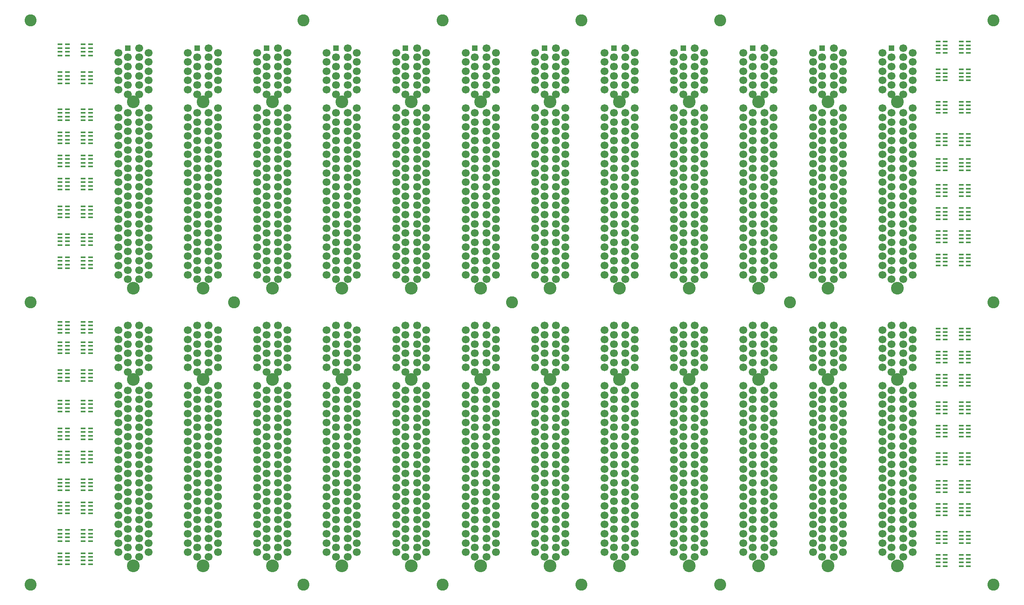
<source format=gbs>
G04 #@! TF.GenerationSoftware,KiCad,Pcbnew,(5.0.0-rc2-35-gda6600525)*
G04 #@! TF.CreationDate,2018-06-30T14:58:03-07:00*
G04 #@! TF.ProjectId,register-motherboard,72656769737465722D6D6F7468657262,rev?*
G04 #@! TF.SameCoordinates,Original*
G04 #@! TF.FileFunction,Soldermask,Bot*
G04 #@! TF.FilePolarity,Negative*
%FSLAX46Y46*%
G04 Gerber Fmt 4.6, Leading zero omitted, Abs format (unit mm)*
G04 Created by KiCad (PCBNEW (5.0.0-rc2-35-gda6600525)) date 06/30/18 14:58:03*
%MOMM*%
%LPD*%
G01*
G04 APERTURE LIST*
%ADD10C,2.600000*%
%ADD11R,1.000000X0.400000*%
%ADD12C,2.750000*%
%ADD13C,1.700000*%
%ADD14R,1.300000X1.300000*%
G04 APERTURE END LIST*
D10*
G04 #@! TO.C,REF\002A\002A*
X197000000Y-167000000D03*
G04 #@! TD*
G04 #@! TO.C,REF\002A\002A*
X256000000Y-167000000D03*
G04 #@! TD*
G04 #@! TO.C,REF\002A\002A*
X137000000Y-167000000D03*
G04 #@! TD*
G04 #@! TO.C,REF\002A\002A*
X107000000Y-167000000D03*
G04 #@! TD*
G04 #@! TO.C,REF\002A\002A*
X48000000Y-167000000D03*
G04 #@! TD*
G04 #@! TO.C,REF\002A\002A*
X167000000Y-167000000D03*
G04 #@! TD*
G04 #@! TO.C,REF\002A\002A*
X167000000Y-45000000D03*
G04 #@! TD*
G04 #@! TO.C,REF\002A\002A*
X137000000Y-45000000D03*
G04 #@! TD*
G04 #@! TO.C,REF\002A\002A*
X107000000Y-45000000D03*
G04 #@! TD*
G04 #@! TO.C,REF\002A\002A*
X48000000Y-45000000D03*
G04 #@! TD*
G04 #@! TO.C,REF\002A\002A*
X197000000Y-45000000D03*
G04 #@! TD*
G04 #@! TO.C,REF\002A\002A*
X256000000Y-45000000D03*
G04 #@! TD*
G04 #@! TO.C,REF\002A\002A*
X48000000Y-106000000D03*
G04 #@! TD*
G04 #@! TO.C,REF\002A\002A*
X152000000Y-106000000D03*
G04 #@! TD*
G04 #@! TO.C,REF\002A\002A*
X92000000Y-106000000D03*
G04 #@! TD*
G04 #@! TO.C,REF\002A\002A*
X256000000Y-106000000D03*
G04 #@! TD*
D11*
G04 #@! TO.C,CN20*
X56000000Y-98600000D03*
X56000000Y-97800000D03*
X56000000Y-97000000D03*
X56000000Y-96200000D03*
X54400000Y-96200000D03*
X54400000Y-97000000D03*
X54400000Y-97800000D03*
X54400000Y-98600000D03*
G04 #@! TD*
G04 #@! TO.C,CN21*
X56000000Y-93600000D03*
X56000000Y-92800000D03*
X56000000Y-92000000D03*
X56000000Y-91200000D03*
X54400000Y-91200000D03*
X54400000Y-92000000D03*
X54400000Y-92800000D03*
X54400000Y-93600000D03*
G04 #@! TD*
G04 #@! TO.C,CN22*
X56000000Y-87600000D03*
X56000000Y-86800000D03*
X56000000Y-86000000D03*
X56000000Y-85200000D03*
X54400000Y-85200000D03*
X54400000Y-86000000D03*
X54400000Y-86800000D03*
X54400000Y-87600000D03*
G04 #@! TD*
G04 #@! TO.C,CN23*
X56000000Y-81600000D03*
X56000000Y-80800000D03*
X56000000Y-80000000D03*
X56000000Y-79200000D03*
X54400000Y-79200000D03*
X54400000Y-80000000D03*
X54400000Y-80800000D03*
X54400000Y-81600000D03*
G04 #@! TD*
G04 #@! TO.C,CN24*
X56000000Y-76600000D03*
X56000000Y-75800000D03*
X56000000Y-75000000D03*
X56000000Y-74200000D03*
X54400000Y-74200000D03*
X54400000Y-75000000D03*
X54400000Y-75800000D03*
X54400000Y-76600000D03*
G04 #@! TD*
G04 #@! TO.C,CN25*
X56000000Y-71600000D03*
X56000000Y-70800000D03*
X56000000Y-70000000D03*
X56000000Y-69200000D03*
X54400000Y-69200000D03*
X54400000Y-70000000D03*
X54400000Y-70800000D03*
X54400000Y-71600000D03*
G04 #@! TD*
G04 #@! TO.C,CN26*
X54400000Y-66600000D03*
X54400000Y-65800000D03*
X54400000Y-65000000D03*
X54400000Y-64200000D03*
X56000000Y-64200000D03*
X56000000Y-65000000D03*
X56000000Y-65800000D03*
X56000000Y-66600000D03*
G04 #@! TD*
G04 #@! TO.C,CN27*
X56000000Y-58600000D03*
X56000000Y-57800000D03*
X56000000Y-57000000D03*
X56000000Y-56200000D03*
X54400000Y-56200000D03*
X54400000Y-57000000D03*
X54400000Y-57800000D03*
X54400000Y-58600000D03*
G04 #@! TD*
G04 #@! TO.C,CN28*
X56000000Y-52600000D03*
X56000000Y-51800000D03*
X56000000Y-51000000D03*
X56000000Y-50200000D03*
X54400000Y-50200000D03*
X54400000Y-51000000D03*
X54400000Y-51800000D03*
X54400000Y-52600000D03*
G04 #@! TD*
G04 #@! TO.C,CN29*
X56000000Y-162600000D03*
X56000000Y-161800000D03*
X56000000Y-161000000D03*
X56000000Y-160200000D03*
X54400000Y-160200000D03*
X54400000Y-161000000D03*
X54400000Y-161800000D03*
X54400000Y-162600000D03*
G04 #@! TD*
G04 #@! TO.C,CN30*
X56000000Y-157600000D03*
X56000000Y-156800000D03*
X56000000Y-156000000D03*
X56000000Y-155200000D03*
X54400000Y-155200000D03*
X54400000Y-156000000D03*
X54400000Y-156800000D03*
X54400000Y-157600000D03*
G04 #@! TD*
G04 #@! TO.C,CN31*
X56000000Y-151600000D03*
X56000000Y-150800000D03*
X56000000Y-150000000D03*
X56000000Y-149200000D03*
X54400000Y-149200000D03*
X54400000Y-150000000D03*
X54400000Y-150800000D03*
X54400000Y-151600000D03*
G04 #@! TD*
G04 #@! TO.C,CN32*
X54400000Y-146600000D03*
X54400000Y-145800000D03*
X54400000Y-145000000D03*
X54400000Y-144200000D03*
X56000000Y-144200000D03*
X56000000Y-145000000D03*
X56000000Y-145800000D03*
X56000000Y-146600000D03*
G04 #@! TD*
G04 #@! TO.C,CN33*
X56000000Y-140600000D03*
X56000000Y-139800000D03*
X56000000Y-139000000D03*
X56000000Y-138200000D03*
X54400000Y-138200000D03*
X54400000Y-139000000D03*
X54400000Y-139800000D03*
X54400000Y-140600000D03*
G04 #@! TD*
G04 #@! TO.C,CN34*
X56000000Y-135600000D03*
X56000000Y-134800000D03*
X56000000Y-134000000D03*
X56000000Y-133200000D03*
X54400000Y-133200000D03*
X54400000Y-134000000D03*
X54400000Y-134800000D03*
X54400000Y-135600000D03*
G04 #@! TD*
G04 #@! TO.C,CN35*
X56000000Y-129600000D03*
X56000000Y-128800000D03*
X56000000Y-128000000D03*
X56000000Y-127200000D03*
X54400000Y-127200000D03*
X54400000Y-128000000D03*
X54400000Y-128800000D03*
X54400000Y-129600000D03*
G04 #@! TD*
G04 #@! TO.C,CN36*
X56000000Y-123000000D03*
X56000000Y-122200000D03*
X56000000Y-121400000D03*
X56000000Y-120600000D03*
X54400000Y-120600000D03*
X54400000Y-121400000D03*
X54400000Y-122200000D03*
X54400000Y-123000000D03*
G04 #@! TD*
G04 #@! TO.C,CN37*
X56000000Y-117000000D03*
X56000000Y-116200000D03*
X56000000Y-115400000D03*
X56000000Y-114600000D03*
X54400000Y-114600000D03*
X54400000Y-115400000D03*
X54400000Y-116200000D03*
X54400000Y-117000000D03*
G04 #@! TD*
G04 #@! TO.C,CN38*
X56000000Y-112600000D03*
X56000000Y-111800000D03*
X56000000Y-111000000D03*
X56000000Y-110200000D03*
X54400000Y-110200000D03*
X54400000Y-111000000D03*
X54400000Y-111800000D03*
X54400000Y-112600000D03*
G04 #@! TD*
D12*
G04 #@! TO.C,P1*
X130250000Y-162950000D03*
X130250000Y-122650000D03*
X130250000Y-102950000D03*
X130250000Y-62650000D03*
D13*
X131500000Y-111000000D03*
X131500000Y-113000000D03*
X131500000Y-115000000D03*
X133500000Y-112000000D03*
X133500000Y-114000000D03*
X133500000Y-116000000D03*
X129000000Y-111000000D03*
X127000000Y-114000000D03*
X129000000Y-113000000D03*
X129000000Y-115000000D03*
X127000000Y-112000000D03*
X131500000Y-117000000D03*
X131500000Y-121000000D03*
X131500000Y-119000000D03*
X133500000Y-118000000D03*
X133500000Y-120000000D03*
X127000000Y-116000000D03*
X127000000Y-118000000D03*
X129000000Y-117000000D03*
X129000000Y-119000000D03*
X127000000Y-120000000D03*
X129000000Y-121000000D03*
X127000000Y-124000000D03*
X127000000Y-128000000D03*
X129000000Y-125000000D03*
X129000000Y-127000000D03*
X127000000Y-126000000D03*
X131500000Y-127000000D03*
X133500000Y-128000000D03*
X133500000Y-126000000D03*
X133500000Y-124000000D03*
X131500000Y-125000000D03*
X127000000Y-152000000D03*
X127000000Y-156000000D03*
X127000000Y-154000000D03*
X129000000Y-151000000D03*
X129000000Y-157000000D03*
X129000000Y-155000000D03*
X129000000Y-153000000D03*
X127000000Y-150000000D03*
X129000000Y-143000000D03*
X127000000Y-148000000D03*
X127000000Y-146000000D03*
X127000000Y-144000000D03*
X129000000Y-149000000D03*
X129000000Y-145000000D03*
X129000000Y-147000000D03*
X127000000Y-160000000D03*
X129000000Y-159000000D03*
X127000000Y-158000000D03*
X129000000Y-161000000D03*
X131500000Y-161000000D03*
X131500000Y-159000000D03*
X133500000Y-160000000D03*
X133500000Y-158000000D03*
X131500000Y-149000000D03*
X131500000Y-151000000D03*
X133500000Y-152000000D03*
X133500000Y-150000000D03*
X131500000Y-157000000D03*
X131500000Y-153000000D03*
X133500000Y-156000000D03*
X133500000Y-154000000D03*
X131500000Y-155000000D03*
X131500000Y-147000000D03*
X131500000Y-145000000D03*
X133500000Y-144000000D03*
X131500000Y-143000000D03*
X133500000Y-146000000D03*
X133500000Y-148000000D03*
X131500000Y-139000000D03*
X133500000Y-142000000D03*
X131500000Y-141000000D03*
X133500000Y-140000000D03*
X133500000Y-138000000D03*
X133500000Y-136000000D03*
X127000000Y-142000000D03*
X127000000Y-138000000D03*
X127000000Y-136000000D03*
X129000000Y-141000000D03*
X129000000Y-139000000D03*
X127000000Y-140000000D03*
X129000000Y-135000000D03*
X129000000Y-137000000D03*
X131500000Y-137000000D03*
X131500000Y-135000000D03*
X133500000Y-134000000D03*
X129000000Y-133000000D03*
X127000000Y-134000000D03*
X127000000Y-132000000D03*
X127000000Y-130000000D03*
X129000000Y-131000000D03*
X129000000Y-129000000D03*
X131500000Y-133000000D03*
X131500000Y-131000000D03*
X133500000Y-132000000D03*
X133500000Y-130000000D03*
X131500000Y-129000000D03*
D14*
X129000000Y-51000000D03*
D13*
X131500000Y-51000000D03*
X127000000Y-52000000D03*
X127000000Y-54000000D03*
X127000000Y-56000000D03*
X127000000Y-58000000D03*
X129000000Y-53000000D03*
X129000000Y-55000000D03*
X129000000Y-57000000D03*
X129000000Y-59000000D03*
X131500000Y-53000000D03*
X131500000Y-55000000D03*
X131500000Y-57000000D03*
X131500000Y-59000000D03*
X133500000Y-52000000D03*
X133500000Y-54000000D03*
X133500000Y-56000000D03*
X133500000Y-58000000D03*
X127000000Y-60000000D03*
X133500000Y-60000000D03*
X129000000Y-61000000D03*
X131500000Y-61000000D03*
X127000000Y-100000000D03*
X127000000Y-92000000D03*
X127000000Y-90000000D03*
X127000000Y-94000000D03*
X127000000Y-96000000D03*
X127000000Y-98000000D03*
X127000000Y-88000000D03*
X127000000Y-86000000D03*
X127000000Y-64000000D03*
X127000000Y-66000000D03*
X127000000Y-68000000D03*
X127000000Y-82000000D03*
X127000000Y-80000000D03*
X127000000Y-84000000D03*
X127000000Y-74000000D03*
X127000000Y-72000000D03*
X127000000Y-70000000D03*
X127000000Y-78000000D03*
X127000000Y-76000000D03*
X129000000Y-91000000D03*
X129000000Y-89000000D03*
X129000000Y-93000000D03*
X129000000Y-81000000D03*
X129000000Y-79000000D03*
X129000000Y-83000000D03*
X129000000Y-71000000D03*
X129000000Y-69000000D03*
X129000000Y-73000000D03*
X129000000Y-99000000D03*
X129000000Y-97000000D03*
X129000000Y-95000000D03*
X129000000Y-101000000D03*
X129000000Y-85000000D03*
X129000000Y-87000000D03*
X129000000Y-75000000D03*
X129000000Y-77000000D03*
X129000000Y-65000000D03*
X129000000Y-67000000D03*
X131500000Y-101000000D03*
X131500000Y-97000000D03*
X131500000Y-95000000D03*
X131500000Y-99000000D03*
X131500000Y-93000000D03*
X131500000Y-89000000D03*
X131500000Y-87000000D03*
X131500000Y-85000000D03*
X131500000Y-91000000D03*
X131500000Y-83000000D03*
X131500000Y-79000000D03*
X131500000Y-77000000D03*
X131500000Y-75000000D03*
X131500000Y-81000000D03*
X131500000Y-73000000D03*
X131500000Y-69000000D03*
X131500000Y-67000000D03*
X131500000Y-65000000D03*
X131500000Y-71000000D03*
X133500000Y-100000000D03*
X133500000Y-98000000D03*
X133500000Y-96000000D03*
X133500000Y-94000000D03*
X133500000Y-92000000D03*
X133500000Y-90000000D03*
X133500000Y-88000000D03*
X133500000Y-86000000D03*
X133500000Y-84000000D03*
X133500000Y-82000000D03*
X133500000Y-80000000D03*
X133500000Y-78000000D03*
X133500000Y-76000000D03*
X133500000Y-74000000D03*
X133500000Y-72000000D03*
X133500000Y-70000000D03*
X133500000Y-68000000D03*
X133500000Y-66000000D03*
X133500000Y-64000000D03*
G04 #@! TD*
G04 #@! TO.C,P2*
X88500000Y-64000000D03*
X88500000Y-66000000D03*
X88500000Y-68000000D03*
X88500000Y-70000000D03*
X88500000Y-72000000D03*
X88500000Y-74000000D03*
X88500000Y-76000000D03*
X88500000Y-78000000D03*
X88500000Y-80000000D03*
X88500000Y-82000000D03*
X88500000Y-84000000D03*
X88500000Y-86000000D03*
X88500000Y-88000000D03*
X88500000Y-90000000D03*
X88500000Y-92000000D03*
X88500000Y-94000000D03*
X88500000Y-96000000D03*
X88500000Y-98000000D03*
X88500000Y-100000000D03*
X86500000Y-71000000D03*
X86500000Y-65000000D03*
X86500000Y-67000000D03*
X86500000Y-69000000D03*
X86500000Y-73000000D03*
X86500000Y-81000000D03*
X86500000Y-75000000D03*
X86500000Y-77000000D03*
X86500000Y-79000000D03*
X86500000Y-83000000D03*
X86500000Y-91000000D03*
X86500000Y-85000000D03*
X86500000Y-87000000D03*
X86500000Y-89000000D03*
X86500000Y-93000000D03*
X86500000Y-99000000D03*
X86500000Y-95000000D03*
X86500000Y-97000000D03*
X86500000Y-101000000D03*
X84000000Y-67000000D03*
X84000000Y-65000000D03*
X84000000Y-77000000D03*
X84000000Y-75000000D03*
X84000000Y-87000000D03*
X84000000Y-85000000D03*
X84000000Y-101000000D03*
X84000000Y-95000000D03*
X84000000Y-97000000D03*
X84000000Y-99000000D03*
X84000000Y-73000000D03*
X84000000Y-69000000D03*
X84000000Y-71000000D03*
X84000000Y-83000000D03*
X84000000Y-79000000D03*
X84000000Y-81000000D03*
X84000000Y-93000000D03*
X84000000Y-89000000D03*
X84000000Y-91000000D03*
X82000000Y-76000000D03*
X82000000Y-78000000D03*
X82000000Y-70000000D03*
X82000000Y-72000000D03*
X82000000Y-74000000D03*
X82000000Y-84000000D03*
X82000000Y-80000000D03*
X82000000Y-82000000D03*
X82000000Y-68000000D03*
X82000000Y-66000000D03*
X82000000Y-64000000D03*
X82000000Y-86000000D03*
X82000000Y-88000000D03*
X82000000Y-98000000D03*
X82000000Y-96000000D03*
X82000000Y-94000000D03*
X82000000Y-90000000D03*
X82000000Y-92000000D03*
X82000000Y-100000000D03*
X86500000Y-61000000D03*
X84000000Y-61000000D03*
X88500000Y-60000000D03*
X82000000Y-60000000D03*
X88500000Y-58000000D03*
X88500000Y-56000000D03*
X88500000Y-54000000D03*
X88500000Y-52000000D03*
X86500000Y-59000000D03*
X86500000Y-57000000D03*
X86500000Y-55000000D03*
X86500000Y-53000000D03*
X84000000Y-59000000D03*
X84000000Y-57000000D03*
X84000000Y-55000000D03*
X84000000Y-53000000D03*
X82000000Y-58000000D03*
X82000000Y-56000000D03*
X82000000Y-54000000D03*
X82000000Y-52000000D03*
X86500000Y-51000000D03*
D14*
X84000000Y-51000000D03*
D13*
X86500000Y-129000000D03*
X88500000Y-130000000D03*
X88500000Y-132000000D03*
X86500000Y-131000000D03*
X86500000Y-133000000D03*
X84000000Y-129000000D03*
X84000000Y-131000000D03*
X82000000Y-130000000D03*
X82000000Y-132000000D03*
X82000000Y-134000000D03*
X84000000Y-133000000D03*
X88500000Y-134000000D03*
X86500000Y-135000000D03*
X86500000Y-137000000D03*
X84000000Y-137000000D03*
X84000000Y-135000000D03*
X82000000Y-140000000D03*
X84000000Y-139000000D03*
X84000000Y-141000000D03*
X82000000Y-136000000D03*
X82000000Y-138000000D03*
X82000000Y-142000000D03*
X88500000Y-136000000D03*
X88500000Y-138000000D03*
X88500000Y-140000000D03*
X86500000Y-141000000D03*
X88500000Y-142000000D03*
X86500000Y-139000000D03*
X88500000Y-148000000D03*
X88500000Y-146000000D03*
X86500000Y-143000000D03*
X88500000Y-144000000D03*
X86500000Y-145000000D03*
X86500000Y-147000000D03*
X86500000Y-155000000D03*
X88500000Y-154000000D03*
X88500000Y-156000000D03*
X86500000Y-153000000D03*
X86500000Y-157000000D03*
X88500000Y-150000000D03*
X88500000Y-152000000D03*
X86500000Y-151000000D03*
X86500000Y-149000000D03*
X88500000Y-158000000D03*
X88500000Y-160000000D03*
X86500000Y-159000000D03*
X86500000Y-161000000D03*
X84000000Y-161000000D03*
X82000000Y-158000000D03*
X84000000Y-159000000D03*
X82000000Y-160000000D03*
X84000000Y-147000000D03*
X84000000Y-145000000D03*
X84000000Y-149000000D03*
X82000000Y-144000000D03*
X82000000Y-146000000D03*
X82000000Y-148000000D03*
X84000000Y-143000000D03*
X82000000Y-150000000D03*
X84000000Y-153000000D03*
X84000000Y-155000000D03*
X84000000Y-157000000D03*
X84000000Y-151000000D03*
X82000000Y-154000000D03*
X82000000Y-156000000D03*
X82000000Y-152000000D03*
X86500000Y-125000000D03*
X88500000Y-124000000D03*
X88500000Y-126000000D03*
X88500000Y-128000000D03*
X86500000Y-127000000D03*
X82000000Y-126000000D03*
X84000000Y-127000000D03*
X84000000Y-125000000D03*
X82000000Y-128000000D03*
X82000000Y-124000000D03*
X84000000Y-121000000D03*
X82000000Y-120000000D03*
X84000000Y-119000000D03*
X84000000Y-117000000D03*
X82000000Y-118000000D03*
X82000000Y-116000000D03*
X88500000Y-120000000D03*
X88500000Y-118000000D03*
X86500000Y-119000000D03*
X86500000Y-121000000D03*
X86500000Y-117000000D03*
X82000000Y-112000000D03*
X84000000Y-115000000D03*
X84000000Y-113000000D03*
X82000000Y-114000000D03*
X84000000Y-111000000D03*
X88500000Y-116000000D03*
X88500000Y-114000000D03*
X88500000Y-112000000D03*
X86500000Y-115000000D03*
X86500000Y-113000000D03*
X86500000Y-111000000D03*
D12*
X85250000Y-62650000D03*
X85250000Y-102950000D03*
X85250000Y-122650000D03*
X85250000Y-162950000D03*
G04 #@! TD*
G04 #@! TO.C,P3*
X100250000Y-162950000D03*
X100250000Y-122650000D03*
X100250000Y-102950000D03*
X100250000Y-62650000D03*
D13*
X101500000Y-111000000D03*
X101500000Y-113000000D03*
X101500000Y-115000000D03*
X103500000Y-112000000D03*
X103500000Y-114000000D03*
X103500000Y-116000000D03*
X99000000Y-111000000D03*
X97000000Y-114000000D03*
X99000000Y-113000000D03*
X99000000Y-115000000D03*
X97000000Y-112000000D03*
X101500000Y-117000000D03*
X101500000Y-121000000D03*
X101500000Y-119000000D03*
X103500000Y-118000000D03*
X103500000Y-120000000D03*
X97000000Y-116000000D03*
X97000000Y-118000000D03*
X99000000Y-117000000D03*
X99000000Y-119000000D03*
X97000000Y-120000000D03*
X99000000Y-121000000D03*
X97000000Y-124000000D03*
X97000000Y-128000000D03*
X99000000Y-125000000D03*
X99000000Y-127000000D03*
X97000000Y-126000000D03*
X101500000Y-127000000D03*
X103500000Y-128000000D03*
X103500000Y-126000000D03*
X103500000Y-124000000D03*
X101500000Y-125000000D03*
X97000000Y-152000000D03*
X97000000Y-156000000D03*
X97000000Y-154000000D03*
X99000000Y-151000000D03*
X99000000Y-157000000D03*
X99000000Y-155000000D03*
X99000000Y-153000000D03*
X97000000Y-150000000D03*
X99000000Y-143000000D03*
X97000000Y-148000000D03*
X97000000Y-146000000D03*
X97000000Y-144000000D03*
X99000000Y-149000000D03*
X99000000Y-145000000D03*
X99000000Y-147000000D03*
X97000000Y-160000000D03*
X99000000Y-159000000D03*
X97000000Y-158000000D03*
X99000000Y-161000000D03*
X101500000Y-161000000D03*
X101500000Y-159000000D03*
X103500000Y-160000000D03*
X103500000Y-158000000D03*
X101500000Y-149000000D03*
X101500000Y-151000000D03*
X103500000Y-152000000D03*
X103500000Y-150000000D03*
X101500000Y-157000000D03*
X101500000Y-153000000D03*
X103500000Y-156000000D03*
X103500000Y-154000000D03*
X101500000Y-155000000D03*
X101500000Y-147000000D03*
X101500000Y-145000000D03*
X103500000Y-144000000D03*
X101500000Y-143000000D03*
X103500000Y-146000000D03*
X103500000Y-148000000D03*
X101500000Y-139000000D03*
X103500000Y-142000000D03*
X101500000Y-141000000D03*
X103500000Y-140000000D03*
X103500000Y-138000000D03*
X103500000Y-136000000D03*
X97000000Y-142000000D03*
X97000000Y-138000000D03*
X97000000Y-136000000D03*
X99000000Y-141000000D03*
X99000000Y-139000000D03*
X97000000Y-140000000D03*
X99000000Y-135000000D03*
X99000000Y-137000000D03*
X101500000Y-137000000D03*
X101500000Y-135000000D03*
X103500000Y-134000000D03*
X99000000Y-133000000D03*
X97000000Y-134000000D03*
X97000000Y-132000000D03*
X97000000Y-130000000D03*
X99000000Y-131000000D03*
X99000000Y-129000000D03*
X101500000Y-133000000D03*
X101500000Y-131000000D03*
X103500000Y-132000000D03*
X103500000Y-130000000D03*
X101500000Y-129000000D03*
D14*
X99000000Y-51000000D03*
D13*
X101500000Y-51000000D03*
X97000000Y-52000000D03*
X97000000Y-54000000D03*
X97000000Y-56000000D03*
X97000000Y-58000000D03*
X99000000Y-53000000D03*
X99000000Y-55000000D03*
X99000000Y-57000000D03*
X99000000Y-59000000D03*
X101500000Y-53000000D03*
X101500000Y-55000000D03*
X101500000Y-57000000D03*
X101500000Y-59000000D03*
X103500000Y-52000000D03*
X103500000Y-54000000D03*
X103500000Y-56000000D03*
X103500000Y-58000000D03*
X97000000Y-60000000D03*
X103500000Y-60000000D03*
X99000000Y-61000000D03*
X101500000Y-61000000D03*
X97000000Y-100000000D03*
X97000000Y-92000000D03*
X97000000Y-90000000D03*
X97000000Y-94000000D03*
X97000000Y-96000000D03*
X97000000Y-98000000D03*
X97000000Y-88000000D03*
X97000000Y-86000000D03*
X97000000Y-64000000D03*
X97000000Y-66000000D03*
X97000000Y-68000000D03*
X97000000Y-82000000D03*
X97000000Y-80000000D03*
X97000000Y-84000000D03*
X97000000Y-74000000D03*
X97000000Y-72000000D03*
X97000000Y-70000000D03*
X97000000Y-78000000D03*
X97000000Y-76000000D03*
X99000000Y-91000000D03*
X99000000Y-89000000D03*
X99000000Y-93000000D03*
X99000000Y-81000000D03*
X99000000Y-79000000D03*
X99000000Y-83000000D03*
X99000000Y-71000000D03*
X99000000Y-69000000D03*
X99000000Y-73000000D03*
X99000000Y-99000000D03*
X99000000Y-97000000D03*
X99000000Y-95000000D03*
X99000000Y-101000000D03*
X99000000Y-85000000D03*
X99000000Y-87000000D03*
X99000000Y-75000000D03*
X99000000Y-77000000D03*
X99000000Y-65000000D03*
X99000000Y-67000000D03*
X101500000Y-101000000D03*
X101500000Y-97000000D03*
X101500000Y-95000000D03*
X101500000Y-99000000D03*
X101500000Y-93000000D03*
X101500000Y-89000000D03*
X101500000Y-87000000D03*
X101500000Y-85000000D03*
X101500000Y-91000000D03*
X101500000Y-83000000D03*
X101500000Y-79000000D03*
X101500000Y-77000000D03*
X101500000Y-75000000D03*
X101500000Y-81000000D03*
X101500000Y-73000000D03*
X101500000Y-69000000D03*
X101500000Y-67000000D03*
X101500000Y-65000000D03*
X101500000Y-71000000D03*
X103500000Y-100000000D03*
X103500000Y-98000000D03*
X103500000Y-96000000D03*
X103500000Y-94000000D03*
X103500000Y-92000000D03*
X103500000Y-90000000D03*
X103500000Y-88000000D03*
X103500000Y-86000000D03*
X103500000Y-84000000D03*
X103500000Y-82000000D03*
X103500000Y-80000000D03*
X103500000Y-78000000D03*
X103500000Y-76000000D03*
X103500000Y-74000000D03*
X103500000Y-72000000D03*
X103500000Y-70000000D03*
X103500000Y-68000000D03*
X103500000Y-66000000D03*
X103500000Y-64000000D03*
G04 #@! TD*
G04 #@! TO.C,P4*
X238500000Y-64000000D03*
X238500000Y-66000000D03*
X238500000Y-68000000D03*
X238500000Y-70000000D03*
X238500000Y-72000000D03*
X238500000Y-74000000D03*
X238500000Y-76000000D03*
X238500000Y-78000000D03*
X238500000Y-80000000D03*
X238500000Y-82000000D03*
X238500000Y-84000000D03*
X238500000Y-86000000D03*
X238500000Y-88000000D03*
X238500000Y-90000000D03*
X238500000Y-92000000D03*
X238500000Y-94000000D03*
X238500000Y-96000000D03*
X238500000Y-98000000D03*
X238500000Y-100000000D03*
X236500000Y-71000000D03*
X236500000Y-65000000D03*
X236500000Y-67000000D03*
X236500000Y-69000000D03*
X236500000Y-73000000D03*
X236500000Y-81000000D03*
X236500000Y-75000000D03*
X236500000Y-77000000D03*
X236500000Y-79000000D03*
X236500000Y-83000000D03*
X236500000Y-91000000D03*
X236500000Y-85000000D03*
X236500000Y-87000000D03*
X236500000Y-89000000D03*
X236500000Y-93000000D03*
X236500000Y-99000000D03*
X236500000Y-95000000D03*
X236500000Y-97000000D03*
X236500000Y-101000000D03*
X234000000Y-67000000D03*
X234000000Y-65000000D03*
X234000000Y-77000000D03*
X234000000Y-75000000D03*
X234000000Y-87000000D03*
X234000000Y-85000000D03*
X234000000Y-101000000D03*
X234000000Y-95000000D03*
X234000000Y-97000000D03*
X234000000Y-99000000D03*
X234000000Y-73000000D03*
X234000000Y-69000000D03*
X234000000Y-71000000D03*
X234000000Y-83000000D03*
X234000000Y-79000000D03*
X234000000Y-81000000D03*
X234000000Y-93000000D03*
X234000000Y-89000000D03*
X234000000Y-91000000D03*
X232000000Y-76000000D03*
X232000000Y-78000000D03*
X232000000Y-70000000D03*
X232000000Y-72000000D03*
X232000000Y-74000000D03*
X232000000Y-84000000D03*
X232000000Y-80000000D03*
X232000000Y-82000000D03*
X232000000Y-68000000D03*
X232000000Y-66000000D03*
X232000000Y-64000000D03*
X232000000Y-86000000D03*
X232000000Y-88000000D03*
X232000000Y-98000000D03*
X232000000Y-96000000D03*
X232000000Y-94000000D03*
X232000000Y-90000000D03*
X232000000Y-92000000D03*
X232000000Y-100000000D03*
X236500000Y-61000000D03*
X234000000Y-61000000D03*
X238500000Y-60000000D03*
X232000000Y-60000000D03*
X238500000Y-58000000D03*
X238500000Y-56000000D03*
X238500000Y-54000000D03*
X238500000Y-52000000D03*
X236500000Y-59000000D03*
X236500000Y-57000000D03*
X236500000Y-55000000D03*
X236500000Y-53000000D03*
X234000000Y-59000000D03*
X234000000Y-57000000D03*
X234000000Y-55000000D03*
X234000000Y-53000000D03*
X232000000Y-58000000D03*
X232000000Y-56000000D03*
X232000000Y-54000000D03*
X232000000Y-52000000D03*
X236500000Y-51000000D03*
D14*
X234000000Y-51000000D03*
D13*
X236500000Y-129000000D03*
X238500000Y-130000000D03*
X238500000Y-132000000D03*
X236500000Y-131000000D03*
X236500000Y-133000000D03*
X234000000Y-129000000D03*
X234000000Y-131000000D03*
X232000000Y-130000000D03*
X232000000Y-132000000D03*
X232000000Y-134000000D03*
X234000000Y-133000000D03*
X238500000Y-134000000D03*
X236500000Y-135000000D03*
X236500000Y-137000000D03*
X234000000Y-137000000D03*
X234000000Y-135000000D03*
X232000000Y-140000000D03*
X234000000Y-139000000D03*
X234000000Y-141000000D03*
X232000000Y-136000000D03*
X232000000Y-138000000D03*
X232000000Y-142000000D03*
X238500000Y-136000000D03*
X238500000Y-138000000D03*
X238500000Y-140000000D03*
X236500000Y-141000000D03*
X238500000Y-142000000D03*
X236500000Y-139000000D03*
X238500000Y-148000000D03*
X238500000Y-146000000D03*
X236500000Y-143000000D03*
X238500000Y-144000000D03*
X236500000Y-145000000D03*
X236500000Y-147000000D03*
X236500000Y-155000000D03*
X238500000Y-154000000D03*
X238500000Y-156000000D03*
X236500000Y-153000000D03*
X236500000Y-157000000D03*
X238500000Y-150000000D03*
X238500000Y-152000000D03*
X236500000Y-151000000D03*
X236500000Y-149000000D03*
X238500000Y-158000000D03*
X238500000Y-160000000D03*
X236500000Y-159000000D03*
X236500000Y-161000000D03*
X234000000Y-161000000D03*
X232000000Y-158000000D03*
X234000000Y-159000000D03*
X232000000Y-160000000D03*
X234000000Y-147000000D03*
X234000000Y-145000000D03*
X234000000Y-149000000D03*
X232000000Y-144000000D03*
X232000000Y-146000000D03*
X232000000Y-148000000D03*
X234000000Y-143000000D03*
X232000000Y-150000000D03*
X234000000Y-153000000D03*
X234000000Y-155000000D03*
X234000000Y-157000000D03*
X234000000Y-151000000D03*
X232000000Y-154000000D03*
X232000000Y-156000000D03*
X232000000Y-152000000D03*
X236500000Y-125000000D03*
X238500000Y-124000000D03*
X238500000Y-126000000D03*
X238500000Y-128000000D03*
X236500000Y-127000000D03*
X232000000Y-126000000D03*
X234000000Y-127000000D03*
X234000000Y-125000000D03*
X232000000Y-128000000D03*
X232000000Y-124000000D03*
X234000000Y-121000000D03*
X232000000Y-120000000D03*
X234000000Y-119000000D03*
X234000000Y-117000000D03*
X232000000Y-118000000D03*
X232000000Y-116000000D03*
X238500000Y-120000000D03*
X238500000Y-118000000D03*
X236500000Y-119000000D03*
X236500000Y-121000000D03*
X236500000Y-117000000D03*
X232000000Y-112000000D03*
X234000000Y-115000000D03*
X234000000Y-113000000D03*
X232000000Y-114000000D03*
X234000000Y-111000000D03*
X238500000Y-116000000D03*
X238500000Y-114000000D03*
X238500000Y-112000000D03*
X236500000Y-115000000D03*
X236500000Y-113000000D03*
X236500000Y-111000000D03*
D12*
X235250000Y-62650000D03*
X235250000Y-102950000D03*
X235250000Y-122650000D03*
X235250000Y-162950000D03*
G04 #@! TD*
G04 #@! TO.C,P5*
X70250000Y-162950000D03*
X70250000Y-122650000D03*
X70250000Y-102950000D03*
X70250000Y-62650000D03*
D13*
X71500000Y-111000000D03*
X71500000Y-113000000D03*
X71500000Y-115000000D03*
X73500000Y-112000000D03*
X73500000Y-114000000D03*
X73500000Y-116000000D03*
X69000000Y-111000000D03*
X67000000Y-114000000D03*
X69000000Y-113000000D03*
X69000000Y-115000000D03*
X67000000Y-112000000D03*
X71500000Y-117000000D03*
X71500000Y-121000000D03*
X71500000Y-119000000D03*
X73500000Y-118000000D03*
X73500000Y-120000000D03*
X67000000Y-116000000D03*
X67000000Y-118000000D03*
X69000000Y-117000000D03*
X69000000Y-119000000D03*
X67000000Y-120000000D03*
X69000000Y-121000000D03*
X67000000Y-124000000D03*
X67000000Y-128000000D03*
X69000000Y-125000000D03*
X69000000Y-127000000D03*
X67000000Y-126000000D03*
X71500000Y-127000000D03*
X73500000Y-128000000D03*
X73500000Y-126000000D03*
X73500000Y-124000000D03*
X71500000Y-125000000D03*
X67000000Y-152000000D03*
X67000000Y-156000000D03*
X67000000Y-154000000D03*
X69000000Y-151000000D03*
X69000000Y-157000000D03*
X69000000Y-155000000D03*
X69000000Y-153000000D03*
X67000000Y-150000000D03*
X69000000Y-143000000D03*
X67000000Y-148000000D03*
X67000000Y-146000000D03*
X67000000Y-144000000D03*
X69000000Y-149000000D03*
X69000000Y-145000000D03*
X69000000Y-147000000D03*
X67000000Y-160000000D03*
X69000000Y-159000000D03*
X67000000Y-158000000D03*
X69000000Y-161000000D03*
X71500000Y-161000000D03*
X71500000Y-159000000D03*
X73500000Y-160000000D03*
X73500000Y-158000000D03*
X71500000Y-149000000D03*
X71500000Y-151000000D03*
X73500000Y-152000000D03*
X73500000Y-150000000D03*
X71500000Y-157000000D03*
X71500000Y-153000000D03*
X73500000Y-156000000D03*
X73500000Y-154000000D03*
X71500000Y-155000000D03*
X71500000Y-147000000D03*
X71500000Y-145000000D03*
X73500000Y-144000000D03*
X71500000Y-143000000D03*
X73500000Y-146000000D03*
X73500000Y-148000000D03*
X71500000Y-139000000D03*
X73500000Y-142000000D03*
X71500000Y-141000000D03*
X73500000Y-140000000D03*
X73500000Y-138000000D03*
X73500000Y-136000000D03*
X67000000Y-142000000D03*
X67000000Y-138000000D03*
X67000000Y-136000000D03*
X69000000Y-141000000D03*
X69000000Y-139000000D03*
X67000000Y-140000000D03*
X69000000Y-135000000D03*
X69000000Y-137000000D03*
X71500000Y-137000000D03*
X71500000Y-135000000D03*
X73500000Y-134000000D03*
X69000000Y-133000000D03*
X67000000Y-134000000D03*
X67000000Y-132000000D03*
X67000000Y-130000000D03*
X69000000Y-131000000D03*
X69000000Y-129000000D03*
X71500000Y-133000000D03*
X71500000Y-131000000D03*
X73500000Y-132000000D03*
X73500000Y-130000000D03*
X71500000Y-129000000D03*
D14*
X69000000Y-51000000D03*
D13*
X71500000Y-51000000D03*
X67000000Y-52000000D03*
X67000000Y-54000000D03*
X67000000Y-56000000D03*
X67000000Y-58000000D03*
X69000000Y-53000000D03*
X69000000Y-55000000D03*
X69000000Y-57000000D03*
X69000000Y-59000000D03*
X71500000Y-53000000D03*
X71500000Y-55000000D03*
X71500000Y-57000000D03*
X71500000Y-59000000D03*
X73500000Y-52000000D03*
X73500000Y-54000000D03*
X73500000Y-56000000D03*
X73500000Y-58000000D03*
X67000000Y-60000000D03*
X73500000Y-60000000D03*
X69000000Y-61000000D03*
X71500000Y-61000000D03*
X67000000Y-100000000D03*
X67000000Y-92000000D03*
X67000000Y-90000000D03*
X67000000Y-94000000D03*
X67000000Y-96000000D03*
X67000000Y-98000000D03*
X67000000Y-88000000D03*
X67000000Y-86000000D03*
X67000000Y-64000000D03*
X67000000Y-66000000D03*
X67000000Y-68000000D03*
X67000000Y-82000000D03*
X67000000Y-80000000D03*
X67000000Y-84000000D03*
X67000000Y-74000000D03*
X67000000Y-72000000D03*
X67000000Y-70000000D03*
X67000000Y-78000000D03*
X67000000Y-76000000D03*
X69000000Y-91000000D03*
X69000000Y-89000000D03*
X69000000Y-93000000D03*
X69000000Y-81000000D03*
X69000000Y-79000000D03*
X69000000Y-83000000D03*
X69000000Y-71000000D03*
X69000000Y-69000000D03*
X69000000Y-73000000D03*
X69000000Y-99000000D03*
X69000000Y-97000000D03*
X69000000Y-95000000D03*
X69000000Y-101000000D03*
X69000000Y-85000000D03*
X69000000Y-87000000D03*
X69000000Y-75000000D03*
X69000000Y-77000000D03*
X69000000Y-65000000D03*
X69000000Y-67000000D03*
X71500000Y-101000000D03*
X71500000Y-97000000D03*
X71500000Y-95000000D03*
X71500000Y-99000000D03*
X71500000Y-93000000D03*
X71500000Y-89000000D03*
X71500000Y-87000000D03*
X71500000Y-85000000D03*
X71500000Y-91000000D03*
X71500000Y-83000000D03*
X71500000Y-79000000D03*
X71500000Y-77000000D03*
X71500000Y-75000000D03*
X71500000Y-81000000D03*
X71500000Y-73000000D03*
X71500000Y-69000000D03*
X71500000Y-67000000D03*
X71500000Y-65000000D03*
X71500000Y-71000000D03*
X73500000Y-100000000D03*
X73500000Y-98000000D03*
X73500000Y-96000000D03*
X73500000Y-94000000D03*
X73500000Y-92000000D03*
X73500000Y-90000000D03*
X73500000Y-88000000D03*
X73500000Y-86000000D03*
X73500000Y-84000000D03*
X73500000Y-82000000D03*
X73500000Y-80000000D03*
X73500000Y-78000000D03*
X73500000Y-76000000D03*
X73500000Y-74000000D03*
X73500000Y-72000000D03*
X73500000Y-70000000D03*
X73500000Y-68000000D03*
X73500000Y-66000000D03*
X73500000Y-64000000D03*
G04 #@! TD*
G04 #@! TO.C,P6*
X118500000Y-64000000D03*
X118500000Y-66000000D03*
X118500000Y-68000000D03*
X118500000Y-70000000D03*
X118500000Y-72000000D03*
X118500000Y-74000000D03*
X118500000Y-76000000D03*
X118500000Y-78000000D03*
X118500000Y-80000000D03*
X118500000Y-82000000D03*
X118500000Y-84000000D03*
X118500000Y-86000000D03*
X118500000Y-88000000D03*
X118500000Y-90000000D03*
X118500000Y-92000000D03*
X118500000Y-94000000D03*
X118500000Y-96000000D03*
X118500000Y-98000000D03*
X118500000Y-100000000D03*
X116500000Y-71000000D03*
X116500000Y-65000000D03*
X116500000Y-67000000D03*
X116500000Y-69000000D03*
X116500000Y-73000000D03*
X116500000Y-81000000D03*
X116500000Y-75000000D03*
X116500000Y-77000000D03*
X116500000Y-79000000D03*
X116500000Y-83000000D03*
X116500000Y-91000000D03*
X116500000Y-85000000D03*
X116500000Y-87000000D03*
X116500000Y-89000000D03*
X116500000Y-93000000D03*
X116500000Y-99000000D03*
X116500000Y-95000000D03*
X116500000Y-97000000D03*
X116500000Y-101000000D03*
X114000000Y-67000000D03*
X114000000Y-65000000D03*
X114000000Y-77000000D03*
X114000000Y-75000000D03*
X114000000Y-87000000D03*
X114000000Y-85000000D03*
X114000000Y-101000000D03*
X114000000Y-95000000D03*
X114000000Y-97000000D03*
X114000000Y-99000000D03*
X114000000Y-73000000D03*
X114000000Y-69000000D03*
X114000000Y-71000000D03*
X114000000Y-83000000D03*
X114000000Y-79000000D03*
X114000000Y-81000000D03*
X114000000Y-93000000D03*
X114000000Y-89000000D03*
X114000000Y-91000000D03*
X112000000Y-76000000D03*
X112000000Y-78000000D03*
X112000000Y-70000000D03*
X112000000Y-72000000D03*
X112000000Y-74000000D03*
X112000000Y-84000000D03*
X112000000Y-80000000D03*
X112000000Y-82000000D03*
X112000000Y-68000000D03*
X112000000Y-66000000D03*
X112000000Y-64000000D03*
X112000000Y-86000000D03*
X112000000Y-88000000D03*
X112000000Y-98000000D03*
X112000000Y-96000000D03*
X112000000Y-94000000D03*
X112000000Y-90000000D03*
X112000000Y-92000000D03*
X112000000Y-100000000D03*
X116500000Y-61000000D03*
X114000000Y-61000000D03*
X118500000Y-60000000D03*
X112000000Y-60000000D03*
X118500000Y-58000000D03*
X118500000Y-56000000D03*
X118500000Y-54000000D03*
X118500000Y-52000000D03*
X116500000Y-59000000D03*
X116500000Y-57000000D03*
X116500000Y-55000000D03*
X116500000Y-53000000D03*
X114000000Y-59000000D03*
X114000000Y-57000000D03*
X114000000Y-55000000D03*
X114000000Y-53000000D03*
X112000000Y-58000000D03*
X112000000Y-56000000D03*
X112000000Y-54000000D03*
X112000000Y-52000000D03*
X116500000Y-51000000D03*
D14*
X114000000Y-51000000D03*
D13*
X116500000Y-129000000D03*
X118500000Y-130000000D03*
X118500000Y-132000000D03*
X116500000Y-131000000D03*
X116500000Y-133000000D03*
X114000000Y-129000000D03*
X114000000Y-131000000D03*
X112000000Y-130000000D03*
X112000000Y-132000000D03*
X112000000Y-134000000D03*
X114000000Y-133000000D03*
X118500000Y-134000000D03*
X116500000Y-135000000D03*
X116500000Y-137000000D03*
X114000000Y-137000000D03*
X114000000Y-135000000D03*
X112000000Y-140000000D03*
X114000000Y-139000000D03*
X114000000Y-141000000D03*
X112000000Y-136000000D03*
X112000000Y-138000000D03*
X112000000Y-142000000D03*
X118500000Y-136000000D03*
X118500000Y-138000000D03*
X118500000Y-140000000D03*
X116500000Y-141000000D03*
X118500000Y-142000000D03*
X116500000Y-139000000D03*
X118500000Y-148000000D03*
X118500000Y-146000000D03*
X116500000Y-143000000D03*
X118500000Y-144000000D03*
X116500000Y-145000000D03*
X116500000Y-147000000D03*
X116500000Y-155000000D03*
X118500000Y-154000000D03*
X118500000Y-156000000D03*
X116500000Y-153000000D03*
X116500000Y-157000000D03*
X118500000Y-150000000D03*
X118500000Y-152000000D03*
X116500000Y-151000000D03*
X116500000Y-149000000D03*
X118500000Y-158000000D03*
X118500000Y-160000000D03*
X116500000Y-159000000D03*
X116500000Y-161000000D03*
X114000000Y-161000000D03*
X112000000Y-158000000D03*
X114000000Y-159000000D03*
X112000000Y-160000000D03*
X114000000Y-147000000D03*
X114000000Y-145000000D03*
X114000000Y-149000000D03*
X112000000Y-144000000D03*
X112000000Y-146000000D03*
X112000000Y-148000000D03*
X114000000Y-143000000D03*
X112000000Y-150000000D03*
X114000000Y-153000000D03*
X114000000Y-155000000D03*
X114000000Y-157000000D03*
X114000000Y-151000000D03*
X112000000Y-154000000D03*
X112000000Y-156000000D03*
X112000000Y-152000000D03*
X116500000Y-125000000D03*
X118500000Y-124000000D03*
X118500000Y-126000000D03*
X118500000Y-128000000D03*
X116500000Y-127000000D03*
X112000000Y-126000000D03*
X114000000Y-127000000D03*
X114000000Y-125000000D03*
X112000000Y-128000000D03*
X112000000Y-124000000D03*
X114000000Y-121000000D03*
X112000000Y-120000000D03*
X114000000Y-119000000D03*
X114000000Y-117000000D03*
X112000000Y-118000000D03*
X112000000Y-116000000D03*
X118500000Y-120000000D03*
X118500000Y-118000000D03*
X116500000Y-119000000D03*
X116500000Y-121000000D03*
X116500000Y-117000000D03*
X112000000Y-112000000D03*
X114000000Y-115000000D03*
X114000000Y-113000000D03*
X112000000Y-114000000D03*
X114000000Y-111000000D03*
X118500000Y-116000000D03*
X118500000Y-114000000D03*
X118500000Y-112000000D03*
X116500000Y-115000000D03*
X116500000Y-113000000D03*
X116500000Y-111000000D03*
D12*
X115250000Y-62650000D03*
X115250000Y-102950000D03*
X115250000Y-122650000D03*
X115250000Y-162950000D03*
G04 #@! TD*
G04 #@! TO.C,P7*
X145250000Y-162950000D03*
X145250000Y-122650000D03*
X145250000Y-102950000D03*
X145250000Y-62650000D03*
D13*
X146500000Y-111000000D03*
X146500000Y-113000000D03*
X146500000Y-115000000D03*
X148500000Y-112000000D03*
X148500000Y-114000000D03*
X148500000Y-116000000D03*
X144000000Y-111000000D03*
X142000000Y-114000000D03*
X144000000Y-113000000D03*
X144000000Y-115000000D03*
X142000000Y-112000000D03*
X146500000Y-117000000D03*
X146500000Y-121000000D03*
X146500000Y-119000000D03*
X148500000Y-118000000D03*
X148500000Y-120000000D03*
X142000000Y-116000000D03*
X142000000Y-118000000D03*
X144000000Y-117000000D03*
X144000000Y-119000000D03*
X142000000Y-120000000D03*
X144000000Y-121000000D03*
X142000000Y-124000000D03*
X142000000Y-128000000D03*
X144000000Y-125000000D03*
X144000000Y-127000000D03*
X142000000Y-126000000D03*
X146500000Y-127000000D03*
X148500000Y-128000000D03*
X148500000Y-126000000D03*
X148500000Y-124000000D03*
X146500000Y-125000000D03*
X142000000Y-152000000D03*
X142000000Y-156000000D03*
X142000000Y-154000000D03*
X144000000Y-151000000D03*
X144000000Y-157000000D03*
X144000000Y-155000000D03*
X144000000Y-153000000D03*
X142000000Y-150000000D03*
X144000000Y-143000000D03*
X142000000Y-148000000D03*
X142000000Y-146000000D03*
X142000000Y-144000000D03*
X144000000Y-149000000D03*
X144000000Y-145000000D03*
X144000000Y-147000000D03*
X142000000Y-160000000D03*
X144000000Y-159000000D03*
X142000000Y-158000000D03*
X144000000Y-161000000D03*
X146500000Y-161000000D03*
X146500000Y-159000000D03*
X148500000Y-160000000D03*
X148500000Y-158000000D03*
X146500000Y-149000000D03*
X146500000Y-151000000D03*
X148500000Y-152000000D03*
X148500000Y-150000000D03*
X146500000Y-157000000D03*
X146500000Y-153000000D03*
X148500000Y-156000000D03*
X148500000Y-154000000D03*
X146500000Y-155000000D03*
X146500000Y-147000000D03*
X146500000Y-145000000D03*
X148500000Y-144000000D03*
X146500000Y-143000000D03*
X148500000Y-146000000D03*
X148500000Y-148000000D03*
X146500000Y-139000000D03*
X148500000Y-142000000D03*
X146500000Y-141000000D03*
X148500000Y-140000000D03*
X148500000Y-138000000D03*
X148500000Y-136000000D03*
X142000000Y-142000000D03*
X142000000Y-138000000D03*
X142000000Y-136000000D03*
X144000000Y-141000000D03*
X144000000Y-139000000D03*
X142000000Y-140000000D03*
X144000000Y-135000000D03*
X144000000Y-137000000D03*
X146500000Y-137000000D03*
X146500000Y-135000000D03*
X148500000Y-134000000D03*
X144000000Y-133000000D03*
X142000000Y-134000000D03*
X142000000Y-132000000D03*
X142000000Y-130000000D03*
X144000000Y-131000000D03*
X144000000Y-129000000D03*
X146500000Y-133000000D03*
X146500000Y-131000000D03*
X148500000Y-132000000D03*
X148500000Y-130000000D03*
X146500000Y-129000000D03*
D14*
X144000000Y-51000000D03*
D13*
X146500000Y-51000000D03*
X142000000Y-52000000D03*
X142000000Y-54000000D03*
X142000000Y-56000000D03*
X142000000Y-58000000D03*
X144000000Y-53000000D03*
X144000000Y-55000000D03*
X144000000Y-57000000D03*
X144000000Y-59000000D03*
X146500000Y-53000000D03*
X146500000Y-55000000D03*
X146500000Y-57000000D03*
X146500000Y-59000000D03*
X148500000Y-52000000D03*
X148500000Y-54000000D03*
X148500000Y-56000000D03*
X148500000Y-58000000D03*
X142000000Y-60000000D03*
X148500000Y-60000000D03*
X144000000Y-61000000D03*
X146500000Y-61000000D03*
X142000000Y-100000000D03*
X142000000Y-92000000D03*
X142000000Y-90000000D03*
X142000000Y-94000000D03*
X142000000Y-96000000D03*
X142000000Y-98000000D03*
X142000000Y-88000000D03*
X142000000Y-86000000D03*
X142000000Y-64000000D03*
X142000000Y-66000000D03*
X142000000Y-68000000D03*
X142000000Y-82000000D03*
X142000000Y-80000000D03*
X142000000Y-84000000D03*
X142000000Y-74000000D03*
X142000000Y-72000000D03*
X142000000Y-70000000D03*
X142000000Y-78000000D03*
X142000000Y-76000000D03*
X144000000Y-91000000D03*
X144000000Y-89000000D03*
X144000000Y-93000000D03*
X144000000Y-81000000D03*
X144000000Y-79000000D03*
X144000000Y-83000000D03*
X144000000Y-71000000D03*
X144000000Y-69000000D03*
X144000000Y-73000000D03*
X144000000Y-99000000D03*
X144000000Y-97000000D03*
X144000000Y-95000000D03*
X144000000Y-101000000D03*
X144000000Y-85000000D03*
X144000000Y-87000000D03*
X144000000Y-75000000D03*
X144000000Y-77000000D03*
X144000000Y-65000000D03*
X144000000Y-67000000D03*
X146500000Y-101000000D03*
X146500000Y-97000000D03*
X146500000Y-95000000D03*
X146500000Y-99000000D03*
X146500000Y-93000000D03*
X146500000Y-89000000D03*
X146500000Y-87000000D03*
X146500000Y-85000000D03*
X146500000Y-91000000D03*
X146500000Y-83000000D03*
X146500000Y-79000000D03*
X146500000Y-77000000D03*
X146500000Y-75000000D03*
X146500000Y-81000000D03*
X146500000Y-73000000D03*
X146500000Y-69000000D03*
X146500000Y-67000000D03*
X146500000Y-65000000D03*
X146500000Y-71000000D03*
X148500000Y-100000000D03*
X148500000Y-98000000D03*
X148500000Y-96000000D03*
X148500000Y-94000000D03*
X148500000Y-92000000D03*
X148500000Y-90000000D03*
X148500000Y-88000000D03*
X148500000Y-86000000D03*
X148500000Y-84000000D03*
X148500000Y-82000000D03*
X148500000Y-80000000D03*
X148500000Y-78000000D03*
X148500000Y-76000000D03*
X148500000Y-74000000D03*
X148500000Y-72000000D03*
X148500000Y-70000000D03*
X148500000Y-68000000D03*
X148500000Y-66000000D03*
X148500000Y-64000000D03*
G04 #@! TD*
G04 #@! TO.C,P8*
X223500000Y-64000000D03*
X223500000Y-66000000D03*
X223500000Y-68000000D03*
X223500000Y-70000000D03*
X223500000Y-72000000D03*
X223500000Y-74000000D03*
X223500000Y-76000000D03*
X223500000Y-78000000D03*
X223500000Y-80000000D03*
X223500000Y-82000000D03*
X223500000Y-84000000D03*
X223500000Y-86000000D03*
X223500000Y-88000000D03*
X223500000Y-90000000D03*
X223500000Y-92000000D03*
X223500000Y-94000000D03*
X223500000Y-96000000D03*
X223500000Y-98000000D03*
X223500000Y-100000000D03*
X221500000Y-71000000D03*
X221500000Y-65000000D03*
X221500000Y-67000000D03*
X221500000Y-69000000D03*
X221500000Y-73000000D03*
X221500000Y-81000000D03*
X221500000Y-75000000D03*
X221500000Y-77000000D03*
X221500000Y-79000000D03*
X221500000Y-83000000D03*
X221500000Y-91000000D03*
X221500000Y-85000000D03*
X221500000Y-87000000D03*
X221500000Y-89000000D03*
X221500000Y-93000000D03*
X221500000Y-99000000D03*
X221500000Y-95000000D03*
X221500000Y-97000000D03*
X221500000Y-101000000D03*
X219000000Y-67000000D03*
X219000000Y-65000000D03*
X219000000Y-77000000D03*
X219000000Y-75000000D03*
X219000000Y-87000000D03*
X219000000Y-85000000D03*
X219000000Y-101000000D03*
X219000000Y-95000000D03*
X219000000Y-97000000D03*
X219000000Y-99000000D03*
X219000000Y-73000000D03*
X219000000Y-69000000D03*
X219000000Y-71000000D03*
X219000000Y-83000000D03*
X219000000Y-79000000D03*
X219000000Y-81000000D03*
X219000000Y-93000000D03*
X219000000Y-89000000D03*
X219000000Y-91000000D03*
X217000000Y-76000000D03*
X217000000Y-78000000D03*
X217000000Y-70000000D03*
X217000000Y-72000000D03*
X217000000Y-74000000D03*
X217000000Y-84000000D03*
X217000000Y-80000000D03*
X217000000Y-82000000D03*
X217000000Y-68000000D03*
X217000000Y-66000000D03*
X217000000Y-64000000D03*
X217000000Y-86000000D03*
X217000000Y-88000000D03*
X217000000Y-98000000D03*
X217000000Y-96000000D03*
X217000000Y-94000000D03*
X217000000Y-90000000D03*
X217000000Y-92000000D03*
X217000000Y-100000000D03*
X221500000Y-61000000D03*
X219000000Y-61000000D03*
X223500000Y-60000000D03*
X217000000Y-60000000D03*
X223500000Y-58000000D03*
X223500000Y-56000000D03*
X223500000Y-54000000D03*
X223500000Y-52000000D03*
X221500000Y-59000000D03*
X221500000Y-57000000D03*
X221500000Y-55000000D03*
X221500000Y-53000000D03*
X219000000Y-59000000D03*
X219000000Y-57000000D03*
X219000000Y-55000000D03*
X219000000Y-53000000D03*
X217000000Y-58000000D03*
X217000000Y-56000000D03*
X217000000Y-54000000D03*
X217000000Y-52000000D03*
X221500000Y-51000000D03*
D14*
X219000000Y-51000000D03*
D13*
X221500000Y-129000000D03*
X223500000Y-130000000D03*
X223500000Y-132000000D03*
X221500000Y-131000000D03*
X221500000Y-133000000D03*
X219000000Y-129000000D03*
X219000000Y-131000000D03*
X217000000Y-130000000D03*
X217000000Y-132000000D03*
X217000000Y-134000000D03*
X219000000Y-133000000D03*
X223500000Y-134000000D03*
X221500000Y-135000000D03*
X221500000Y-137000000D03*
X219000000Y-137000000D03*
X219000000Y-135000000D03*
X217000000Y-140000000D03*
X219000000Y-139000000D03*
X219000000Y-141000000D03*
X217000000Y-136000000D03*
X217000000Y-138000000D03*
X217000000Y-142000000D03*
X223500000Y-136000000D03*
X223500000Y-138000000D03*
X223500000Y-140000000D03*
X221500000Y-141000000D03*
X223500000Y-142000000D03*
X221500000Y-139000000D03*
X223500000Y-148000000D03*
X223500000Y-146000000D03*
X221500000Y-143000000D03*
X223500000Y-144000000D03*
X221500000Y-145000000D03*
X221500000Y-147000000D03*
X221500000Y-155000000D03*
X223500000Y-154000000D03*
X223500000Y-156000000D03*
X221500000Y-153000000D03*
X221500000Y-157000000D03*
X223500000Y-150000000D03*
X223500000Y-152000000D03*
X221500000Y-151000000D03*
X221500000Y-149000000D03*
X223500000Y-158000000D03*
X223500000Y-160000000D03*
X221500000Y-159000000D03*
X221500000Y-161000000D03*
X219000000Y-161000000D03*
X217000000Y-158000000D03*
X219000000Y-159000000D03*
X217000000Y-160000000D03*
X219000000Y-147000000D03*
X219000000Y-145000000D03*
X219000000Y-149000000D03*
X217000000Y-144000000D03*
X217000000Y-146000000D03*
X217000000Y-148000000D03*
X219000000Y-143000000D03*
X217000000Y-150000000D03*
X219000000Y-153000000D03*
X219000000Y-155000000D03*
X219000000Y-157000000D03*
X219000000Y-151000000D03*
X217000000Y-154000000D03*
X217000000Y-156000000D03*
X217000000Y-152000000D03*
X221500000Y-125000000D03*
X223500000Y-124000000D03*
X223500000Y-126000000D03*
X223500000Y-128000000D03*
X221500000Y-127000000D03*
X217000000Y-126000000D03*
X219000000Y-127000000D03*
X219000000Y-125000000D03*
X217000000Y-128000000D03*
X217000000Y-124000000D03*
X219000000Y-121000000D03*
X217000000Y-120000000D03*
X219000000Y-119000000D03*
X219000000Y-117000000D03*
X217000000Y-118000000D03*
X217000000Y-116000000D03*
X223500000Y-120000000D03*
X223500000Y-118000000D03*
X221500000Y-119000000D03*
X221500000Y-121000000D03*
X221500000Y-117000000D03*
X217000000Y-112000000D03*
X219000000Y-115000000D03*
X219000000Y-113000000D03*
X217000000Y-114000000D03*
X219000000Y-111000000D03*
X223500000Y-116000000D03*
X223500000Y-114000000D03*
X223500000Y-112000000D03*
X221500000Y-115000000D03*
X221500000Y-113000000D03*
X221500000Y-111000000D03*
D12*
X220250000Y-62650000D03*
X220250000Y-102950000D03*
X220250000Y-122650000D03*
X220250000Y-162950000D03*
G04 #@! TD*
G04 #@! TO.C,P9*
X205250000Y-162950000D03*
X205250000Y-122650000D03*
X205250000Y-102950000D03*
X205250000Y-62650000D03*
D13*
X206500000Y-111000000D03*
X206500000Y-113000000D03*
X206500000Y-115000000D03*
X208500000Y-112000000D03*
X208500000Y-114000000D03*
X208500000Y-116000000D03*
X204000000Y-111000000D03*
X202000000Y-114000000D03*
X204000000Y-113000000D03*
X204000000Y-115000000D03*
X202000000Y-112000000D03*
X206500000Y-117000000D03*
X206500000Y-121000000D03*
X206500000Y-119000000D03*
X208500000Y-118000000D03*
X208500000Y-120000000D03*
X202000000Y-116000000D03*
X202000000Y-118000000D03*
X204000000Y-117000000D03*
X204000000Y-119000000D03*
X202000000Y-120000000D03*
X204000000Y-121000000D03*
X202000000Y-124000000D03*
X202000000Y-128000000D03*
X204000000Y-125000000D03*
X204000000Y-127000000D03*
X202000000Y-126000000D03*
X206500000Y-127000000D03*
X208500000Y-128000000D03*
X208500000Y-126000000D03*
X208500000Y-124000000D03*
X206500000Y-125000000D03*
X202000000Y-152000000D03*
X202000000Y-156000000D03*
X202000000Y-154000000D03*
X204000000Y-151000000D03*
X204000000Y-157000000D03*
X204000000Y-155000000D03*
X204000000Y-153000000D03*
X202000000Y-150000000D03*
X204000000Y-143000000D03*
X202000000Y-148000000D03*
X202000000Y-146000000D03*
X202000000Y-144000000D03*
X204000000Y-149000000D03*
X204000000Y-145000000D03*
X204000000Y-147000000D03*
X202000000Y-160000000D03*
X204000000Y-159000000D03*
X202000000Y-158000000D03*
X204000000Y-161000000D03*
X206500000Y-161000000D03*
X206500000Y-159000000D03*
X208500000Y-160000000D03*
X208500000Y-158000000D03*
X206500000Y-149000000D03*
X206500000Y-151000000D03*
X208500000Y-152000000D03*
X208500000Y-150000000D03*
X206500000Y-157000000D03*
X206500000Y-153000000D03*
X208500000Y-156000000D03*
X208500000Y-154000000D03*
X206500000Y-155000000D03*
X206500000Y-147000000D03*
X206500000Y-145000000D03*
X208500000Y-144000000D03*
X206500000Y-143000000D03*
X208500000Y-146000000D03*
X208500000Y-148000000D03*
X206500000Y-139000000D03*
X208500000Y-142000000D03*
X206500000Y-141000000D03*
X208500000Y-140000000D03*
X208500000Y-138000000D03*
X208500000Y-136000000D03*
X202000000Y-142000000D03*
X202000000Y-138000000D03*
X202000000Y-136000000D03*
X204000000Y-141000000D03*
X204000000Y-139000000D03*
X202000000Y-140000000D03*
X204000000Y-135000000D03*
X204000000Y-137000000D03*
X206500000Y-137000000D03*
X206500000Y-135000000D03*
X208500000Y-134000000D03*
X204000000Y-133000000D03*
X202000000Y-134000000D03*
X202000000Y-132000000D03*
X202000000Y-130000000D03*
X204000000Y-131000000D03*
X204000000Y-129000000D03*
X206500000Y-133000000D03*
X206500000Y-131000000D03*
X208500000Y-132000000D03*
X208500000Y-130000000D03*
X206500000Y-129000000D03*
D14*
X204000000Y-51000000D03*
D13*
X206500000Y-51000000D03*
X202000000Y-52000000D03*
X202000000Y-54000000D03*
X202000000Y-56000000D03*
X202000000Y-58000000D03*
X204000000Y-53000000D03*
X204000000Y-55000000D03*
X204000000Y-57000000D03*
X204000000Y-59000000D03*
X206500000Y-53000000D03*
X206500000Y-55000000D03*
X206500000Y-57000000D03*
X206500000Y-59000000D03*
X208500000Y-52000000D03*
X208500000Y-54000000D03*
X208500000Y-56000000D03*
X208500000Y-58000000D03*
X202000000Y-60000000D03*
X208500000Y-60000000D03*
X204000000Y-61000000D03*
X206500000Y-61000000D03*
X202000000Y-100000000D03*
X202000000Y-92000000D03*
X202000000Y-90000000D03*
X202000000Y-94000000D03*
X202000000Y-96000000D03*
X202000000Y-98000000D03*
X202000000Y-88000000D03*
X202000000Y-86000000D03*
X202000000Y-64000000D03*
X202000000Y-66000000D03*
X202000000Y-68000000D03*
X202000000Y-82000000D03*
X202000000Y-80000000D03*
X202000000Y-84000000D03*
X202000000Y-74000000D03*
X202000000Y-72000000D03*
X202000000Y-70000000D03*
X202000000Y-78000000D03*
X202000000Y-76000000D03*
X204000000Y-91000000D03*
X204000000Y-89000000D03*
X204000000Y-93000000D03*
X204000000Y-81000000D03*
X204000000Y-79000000D03*
X204000000Y-83000000D03*
X204000000Y-71000000D03*
X204000000Y-69000000D03*
X204000000Y-73000000D03*
X204000000Y-99000000D03*
X204000000Y-97000000D03*
X204000000Y-95000000D03*
X204000000Y-101000000D03*
X204000000Y-85000000D03*
X204000000Y-87000000D03*
X204000000Y-75000000D03*
X204000000Y-77000000D03*
X204000000Y-65000000D03*
X204000000Y-67000000D03*
X206500000Y-101000000D03*
X206500000Y-97000000D03*
X206500000Y-95000000D03*
X206500000Y-99000000D03*
X206500000Y-93000000D03*
X206500000Y-89000000D03*
X206500000Y-87000000D03*
X206500000Y-85000000D03*
X206500000Y-91000000D03*
X206500000Y-83000000D03*
X206500000Y-79000000D03*
X206500000Y-77000000D03*
X206500000Y-75000000D03*
X206500000Y-81000000D03*
X206500000Y-73000000D03*
X206500000Y-69000000D03*
X206500000Y-67000000D03*
X206500000Y-65000000D03*
X206500000Y-71000000D03*
X208500000Y-100000000D03*
X208500000Y-98000000D03*
X208500000Y-96000000D03*
X208500000Y-94000000D03*
X208500000Y-92000000D03*
X208500000Y-90000000D03*
X208500000Y-88000000D03*
X208500000Y-86000000D03*
X208500000Y-84000000D03*
X208500000Y-82000000D03*
X208500000Y-80000000D03*
X208500000Y-78000000D03*
X208500000Y-76000000D03*
X208500000Y-74000000D03*
X208500000Y-72000000D03*
X208500000Y-70000000D03*
X208500000Y-68000000D03*
X208500000Y-66000000D03*
X208500000Y-64000000D03*
G04 #@! TD*
G04 #@! TO.C,P10*
X193500000Y-64000000D03*
X193500000Y-66000000D03*
X193500000Y-68000000D03*
X193500000Y-70000000D03*
X193500000Y-72000000D03*
X193500000Y-74000000D03*
X193500000Y-76000000D03*
X193500000Y-78000000D03*
X193500000Y-80000000D03*
X193500000Y-82000000D03*
X193500000Y-84000000D03*
X193500000Y-86000000D03*
X193500000Y-88000000D03*
X193500000Y-90000000D03*
X193500000Y-92000000D03*
X193500000Y-94000000D03*
X193500000Y-96000000D03*
X193500000Y-98000000D03*
X193500000Y-100000000D03*
X191500000Y-71000000D03*
X191500000Y-65000000D03*
X191500000Y-67000000D03*
X191500000Y-69000000D03*
X191500000Y-73000000D03*
X191500000Y-81000000D03*
X191500000Y-75000000D03*
X191500000Y-77000000D03*
X191500000Y-79000000D03*
X191500000Y-83000000D03*
X191500000Y-91000000D03*
X191500000Y-85000000D03*
X191500000Y-87000000D03*
X191500000Y-89000000D03*
X191500000Y-93000000D03*
X191500000Y-99000000D03*
X191500000Y-95000000D03*
X191500000Y-97000000D03*
X191500000Y-101000000D03*
X189000000Y-67000000D03*
X189000000Y-65000000D03*
X189000000Y-77000000D03*
X189000000Y-75000000D03*
X189000000Y-87000000D03*
X189000000Y-85000000D03*
X189000000Y-101000000D03*
X189000000Y-95000000D03*
X189000000Y-97000000D03*
X189000000Y-99000000D03*
X189000000Y-73000000D03*
X189000000Y-69000000D03*
X189000000Y-71000000D03*
X189000000Y-83000000D03*
X189000000Y-79000000D03*
X189000000Y-81000000D03*
X189000000Y-93000000D03*
X189000000Y-89000000D03*
X189000000Y-91000000D03*
X187000000Y-76000000D03*
X187000000Y-78000000D03*
X187000000Y-70000000D03*
X187000000Y-72000000D03*
X187000000Y-74000000D03*
X187000000Y-84000000D03*
X187000000Y-80000000D03*
X187000000Y-82000000D03*
X187000000Y-68000000D03*
X187000000Y-66000000D03*
X187000000Y-64000000D03*
X187000000Y-86000000D03*
X187000000Y-88000000D03*
X187000000Y-98000000D03*
X187000000Y-96000000D03*
X187000000Y-94000000D03*
X187000000Y-90000000D03*
X187000000Y-92000000D03*
X187000000Y-100000000D03*
X191500000Y-61000000D03*
X189000000Y-61000000D03*
X193500000Y-60000000D03*
X187000000Y-60000000D03*
X193500000Y-58000000D03*
X193500000Y-56000000D03*
X193500000Y-54000000D03*
X193500000Y-52000000D03*
X191500000Y-59000000D03*
X191500000Y-57000000D03*
X191500000Y-55000000D03*
X191500000Y-53000000D03*
X189000000Y-59000000D03*
X189000000Y-57000000D03*
X189000000Y-55000000D03*
X189000000Y-53000000D03*
X187000000Y-58000000D03*
X187000000Y-56000000D03*
X187000000Y-54000000D03*
X187000000Y-52000000D03*
X191500000Y-51000000D03*
D14*
X189000000Y-51000000D03*
D13*
X191500000Y-129000000D03*
X193500000Y-130000000D03*
X193500000Y-132000000D03*
X191500000Y-131000000D03*
X191500000Y-133000000D03*
X189000000Y-129000000D03*
X189000000Y-131000000D03*
X187000000Y-130000000D03*
X187000000Y-132000000D03*
X187000000Y-134000000D03*
X189000000Y-133000000D03*
X193500000Y-134000000D03*
X191500000Y-135000000D03*
X191500000Y-137000000D03*
X189000000Y-137000000D03*
X189000000Y-135000000D03*
X187000000Y-140000000D03*
X189000000Y-139000000D03*
X189000000Y-141000000D03*
X187000000Y-136000000D03*
X187000000Y-138000000D03*
X187000000Y-142000000D03*
X193500000Y-136000000D03*
X193500000Y-138000000D03*
X193500000Y-140000000D03*
X191500000Y-141000000D03*
X193500000Y-142000000D03*
X191500000Y-139000000D03*
X193500000Y-148000000D03*
X193500000Y-146000000D03*
X191500000Y-143000000D03*
X193500000Y-144000000D03*
X191500000Y-145000000D03*
X191500000Y-147000000D03*
X191500000Y-155000000D03*
X193500000Y-154000000D03*
X193500000Y-156000000D03*
X191500000Y-153000000D03*
X191500000Y-157000000D03*
X193500000Y-150000000D03*
X193500000Y-152000000D03*
X191500000Y-151000000D03*
X191500000Y-149000000D03*
X193500000Y-158000000D03*
X193500000Y-160000000D03*
X191500000Y-159000000D03*
X191500000Y-161000000D03*
X189000000Y-161000000D03*
X187000000Y-158000000D03*
X189000000Y-159000000D03*
X187000000Y-160000000D03*
X189000000Y-147000000D03*
X189000000Y-145000000D03*
X189000000Y-149000000D03*
X187000000Y-144000000D03*
X187000000Y-146000000D03*
X187000000Y-148000000D03*
X189000000Y-143000000D03*
X187000000Y-150000000D03*
X189000000Y-153000000D03*
X189000000Y-155000000D03*
X189000000Y-157000000D03*
X189000000Y-151000000D03*
X187000000Y-154000000D03*
X187000000Y-156000000D03*
X187000000Y-152000000D03*
X191500000Y-125000000D03*
X193500000Y-124000000D03*
X193500000Y-126000000D03*
X193500000Y-128000000D03*
X191500000Y-127000000D03*
X187000000Y-126000000D03*
X189000000Y-127000000D03*
X189000000Y-125000000D03*
X187000000Y-128000000D03*
X187000000Y-124000000D03*
X189000000Y-121000000D03*
X187000000Y-120000000D03*
X189000000Y-119000000D03*
X189000000Y-117000000D03*
X187000000Y-118000000D03*
X187000000Y-116000000D03*
X193500000Y-120000000D03*
X193500000Y-118000000D03*
X191500000Y-119000000D03*
X191500000Y-121000000D03*
X191500000Y-117000000D03*
X187000000Y-112000000D03*
X189000000Y-115000000D03*
X189000000Y-113000000D03*
X187000000Y-114000000D03*
X189000000Y-111000000D03*
X193500000Y-116000000D03*
X193500000Y-114000000D03*
X193500000Y-112000000D03*
X191500000Y-115000000D03*
X191500000Y-113000000D03*
X191500000Y-111000000D03*
D12*
X190250000Y-62650000D03*
X190250000Y-102950000D03*
X190250000Y-122650000D03*
X190250000Y-162950000D03*
G04 #@! TD*
G04 #@! TO.C,P11*
X175250000Y-162950000D03*
X175250000Y-122650000D03*
X175250000Y-102950000D03*
X175250000Y-62650000D03*
D13*
X176500000Y-111000000D03*
X176500000Y-113000000D03*
X176500000Y-115000000D03*
X178500000Y-112000000D03*
X178500000Y-114000000D03*
X178500000Y-116000000D03*
X174000000Y-111000000D03*
X172000000Y-114000000D03*
X174000000Y-113000000D03*
X174000000Y-115000000D03*
X172000000Y-112000000D03*
X176500000Y-117000000D03*
X176500000Y-121000000D03*
X176500000Y-119000000D03*
X178500000Y-118000000D03*
X178500000Y-120000000D03*
X172000000Y-116000000D03*
X172000000Y-118000000D03*
X174000000Y-117000000D03*
X174000000Y-119000000D03*
X172000000Y-120000000D03*
X174000000Y-121000000D03*
X172000000Y-124000000D03*
X172000000Y-128000000D03*
X174000000Y-125000000D03*
X174000000Y-127000000D03*
X172000000Y-126000000D03*
X176500000Y-127000000D03*
X178500000Y-128000000D03*
X178500000Y-126000000D03*
X178500000Y-124000000D03*
X176500000Y-125000000D03*
X172000000Y-152000000D03*
X172000000Y-156000000D03*
X172000000Y-154000000D03*
X174000000Y-151000000D03*
X174000000Y-157000000D03*
X174000000Y-155000000D03*
X174000000Y-153000000D03*
X172000000Y-150000000D03*
X174000000Y-143000000D03*
X172000000Y-148000000D03*
X172000000Y-146000000D03*
X172000000Y-144000000D03*
X174000000Y-149000000D03*
X174000000Y-145000000D03*
X174000000Y-147000000D03*
X172000000Y-160000000D03*
X174000000Y-159000000D03*
X172000000Y-158000000D03*
X174000000Y-161000000D03*
X176500000Y-161000000D03*
X176500000Y-159000000D03*
X178500000Y-160000000D03*
X178500000Y-158000000D03*
X176500000Y-149000000D03*
X176500000Y-151000000D03*
X178500000Y-152000000D03*
X178500000Y-150000000D03*
X176500000Y-157000000D03*
X176500000Y-153000000D03*
X178500000Y-156000000D03*
X178500000Y-154000000D03*
X176500000Y-155000000D03*
X176500000Y-147000000D03*
X176500000Y-145000000D03*
X178500000Y-144000000D03*
X176500000Y-143000000D03*
X178500000Y-146000000D03*
X178500000Y-148000000D03*
X176500000Y-139000000D03*
X178500000Y-142000000D03*
X176500000Y-141000000D03*
X178500000Y-140000000D03*
X178500000Y-138000000D03*
X178500000Y-136000000D03*
X172000000Y-142000000D03*
X172000000Y-138000000D03*
X172000000Y-136000000D03*
X174000000Y-141000000D03*
X174000000Y-139000000D03*
X172000000Y-140000000D03*
X174000000Y-135000000D03*
X174000000Y-137000000D03*
X176500000Y-137000000D03*
X176500000Y-135000000D03*
X178500000Y-134000000D03*
X174000000Y-133000000D03*
X172000000Y-134000000D03*
X172000000Y-132000000D03*
X172000000Y-130000000D03*
X174000000Y-131000000D03*
X174000000Y-129000000D03*
X176500000Y-133000000D03*
X176500000Y-131000000D03*
X178500000Y-132000000D03*
X178500000Y-130000000D03*
X176500000Y-129000000D03*
D14*
X174000000Y-51000000D03*
D13*
X176500000Y-51000000D03*
X172000000Y-52000000D03*
X172000000Y-54000000D03*
X172000000Y-56000000D03*
X172000000Y-58000000D03*
X174000000Y-53000000D03*
X174000000Y-55000000D03*
X174000000Y-57000000D03*
X174000000Y-59000000D03*
X176500000Y-53000000D03*
X176500000Y-55000000D03*
X176500000Y-57000000D03*
X176500000Y-59000000D03*
X178500000Y-52000000D03*
X178500000Y-54000000D03*
X178500000Y-56000000D03*
X178500000Y-58000000D03*
X172000000Y-60000000D03*
X178500000Y-60000000D03*
X174000000Y-61000000D03*
X176500000Y-61000000D03*
X172000000Y-100000000D03*
X172000000Y-92000000D03*
X172000000Y-90000000D03*
X172000000Y-94000000D03*
X172000000Y-96000000D03*
X172000000Y-98000000D03*
X172000000Y-88000000D03*
X172000000Y-86000000D03*
X172000000Y-64000000D03*
X172000000Y-66000000D03*
X172000000Y-68000000D03*
X172000000Y-82000000D03*
X172000000Y-80000000D03*
X172000000Y-84000000D03*
X172000000Y-74000000D03*
X172000000Y-72000000D03*
X172000000Y-70000000D03*
X172000000Y-78000000D03*
X172000000Y-76000000D03*
X174000000Y-91000000D03*
X174000000Y-89000000D03*
X174000000Y-93000000D03*
X174000000Y-81000000D03*
X174000000Y-79000000D03*
X174000000Y-83000000D03*
X174000000Y-71000000D03*
X174000000Y-69000000D03*
X174000000Y-73000000D03*
X174000000Y-99000000D03*
X174000000Y-97000000D03*
X174000000Y-95000000D03*
X174000000Y-101000000D03*
X174000000Y-85000000D03*
X174000000Y-87000000D03*
X174000000Y-75000000D03*
X174000000Y-77000000D03*
X174000000Y-65000000D03*
X174000000Y-67000000D03*
X176500000Y-101000000D03*
X176500000Y-97000000D03*
X176500000Y-95000000D03*
X176500000Y-99000000D03*
X176500000Y-93000000D03*
X176500000Y-89000000D03*
X176500000Y-87000000D03*
X176500000Y-85000000D03*
X176500000Y-91000000D03*
X176500000Y-83000000D03*
X176500000Y-79000000D03*
X176500000Y-77000000D03*
X176500000Y-75000000D03*
X176500000Y-81000000D03*
X176500000Y-73000000D03*
X176500000Y-69000000D03*
X176500000Y-67000000D03*
X176500000Y-65000000D03*
X176500000Y-71000000D03*
X178500000Y-100000000D03*
X178500000Y-98000000D03*
X178500000Y-96000000D03*
X178500000Y-94000000D03*
X178500000Y-92000000D03*
X178500000Y-90000000D03*
X178500000Y-88000000D03*
X178500000Y-86000000D03*
X178500000Y-84000000D03*
X178500000Y-82000000D03*
X178500000Y-80000000D03*
X178500000Y-78000000D03*
X178500000Y-76000000D03*
X178500000Y-74000000D03*
X178500000Y-72000000D03*
X178500000Y-70000000D03*
X178500000Y-68000000D03*
X178500000Y-66000000D03*
X178500000Y-64000000D03*
G04 #@! TD*
G04 #@! TO.C,P12*
X163500000Y-64000000D03*
X163500000Y-66000000D03*
X163500000Y-68000000D03*
X163500000Y-70000000D03*
X163500000Y-72000000D03*
X163500000Y-74000000D03*
X163500000Y-76000000D03*
X163500000Y-78000000D03*
X163500000Y-80000000D03*
X163500000Y-82000000D03*
X163500000Y-84000000D03*
X163500000Y-86000000D03*
X163500000Y-88000000D03*
X163500000Y-90000000D03*
X163500000Y-92000000D03*
X163500000Y-94000000D03*
X163500000Y-96000000D03*
X163500000Y-98000000D03*
X163500000Y-100000000D03*
X161500000Y-71000000D03*
X161500000Y-65000000D03*
X161500000Y-67000000D03*
X161500000Y-69000000D03*
X161500000Y-73000000D03*
X161500000Y-81000000D03*
X161500000Y-75000000D03*
X161500000Y-77000000D03*
X161500000Y-79000000D03*
X161500000Y-83000000D03*
X161500000Y-91000000D03*
X161500000Y-85000000D03*
X161500000Y-87000000D03*
X161500000Y-89000000D03*
X161500000Y-93000000D03*
X161500000Y-99000000D03*
X161500000Y-95000000D03*
X161500000Y-97000000D03*
X161500000Y-101000000D03*
X159000000Y-67000000D03*
X159000000Y-65000000D03*
X159000000Y-77000000D03*
X159000000Y-75000000D03*
X159000000Y-87000000D03*
X159000000Y-85000000D03*
X159000000Y-101000000D03*
X159000000Y-95000000D03*
X159000000Y-97000000D03*
X159000000Y-99000000D03*
X159000000Y-73000000D03*
X159000000Y-69000000D03*
X159000000Y-71000000D03*
X159000000Y-83000000D03*
X159000000Y-79000000D03*
X159000000Y-81000000D03*
X159000000Y-93000000D03*
X159000000Y-89000000D03*
X159000000Y-91000000D03*
X157000000Y-76000000D03*
X157000000Y-78000000D03*
X157000000Y-70000000D03*
X157000000Y-72000000D03*
X157000000Y-74000000D03*
X157000000Y-84000000D03*
X157000000Y-80000000D03*
X157000000Y-82000000D03*
X157000000Y-68000000D03*
X157000000Y-66000000D03*
X157000000Y-64000000D03*
X157000000Y-86000000D03*
X157000000Y-88000000D03*
X157000000Y-98000000D03*
X157000000Y-96000000D03*
X157000000Y-94000000D03*
X157000000Y-90000000D03*
X157000000Y-92000000D03*
X157000000Y-100000000D03*
X161500000Y-61000000D03*
X159000000Y-61000000D03*
X163500000Y-60000000D03*
X157000000Y-60000000D03*
X163500000Y-58000000D03*
X163500000Y-56000000D03*
X163500000Y-54000000D03*
X163500000Y-52000000D03*
X161500000Y-59000000D03*
X161500000Y-57000000D03*
X161500000Y-55000000D03*
X161500000Y-53000000D03*
X159000000Y-59000000D03*
X159000000Y-57000000D03*
X159000000Y-55000000D03*
X159000000Y-53000000D03*
X157000000Y-58000000D03*
X157000000Y-56000000D03*
X157000000Y-54000000D03*
X157000000Y-52000000D03*
X161500000Y-51000000D03*
D14*
X159000000Y-51000000D03*
D13*
X161500000Y-129000000D03*
X163500000Y-130000000D03*
X163500000Y-132000000D03*
X161500000Y-131000000D03*
X161500000Y-133000000D03*
X159000000Y-129000000D03*
X159000000Y-131000000D03*
X157000000Y-130000000D03*
X157000000Y-132000000D03*
X157000000Y-134000000D03*
X159000000Y-133000000D03*
X163500000Y-134000000D03*
X161500000Y-135000000D03*
X161500000Y-137000000D03*
X159000000Y-137000000D03*
X159000000Y-135000000D03*
X157000000Y-140000000D03*
X159000000Y-139000000D03*
X159000000Y-141000000D03*
X157000000Y-136000000D03*
X157000000Y-138000000D03*
X157000000Y-142000000D03*
X163500000Y-136000000D03*
X163500000Y-138000000D03*
X163500000Y-140000000D03*
X161500000Y-141000000D03*
X163500000Y-142000000D03*
X161500000Y-139000000D03*
X163500000Y-148000000D03*
X163500000Y-146000000D03*
X161500000Y-143000000D03*
X163500000Y-144000000D03*
X161500000Y-145000000D03*
X161500000Y-147000000D03*
X161500000Y-155000000D03*
X163500000Y-154000000D03*
X163500000Y-156000000D03*
X161500000Y-153000000D03*
X161500000Y-157000000D03*
X163500000Y-150000000D03*
X163500000Y-152000000D03*
X161500000Y-151000000D03*
X161500000Y-149000000D03*
X163500000Y-158000000D03*
X163500000Y-160000000D03*
X161500000Y-159000000D03*
X161500000Y-161000000D03*
X159000000Y-161000000D03*
X157000000Y-158000000D03*
X159000000Y-159000000D03*
X157000000Y-160000000D03*
X159000000Y-147000000D03*
X159000000Y-145000000D03*
X159000000Y-149000000D03*
X157000000Y-144000000D03*
X157000000Y-146000000D03*
X157000000Y-148000000D03*
X159000000Y-143000000D03*
X157000000Y-150000000D03*
X159000000Y-153000000D03*
X159000000Y-155000000D03*
X159000000Y-157000000D03*
X159000000Y-151000000D03*
X157000000Y-154000000D03*
X157000000Y-156000000D03*
X157000000Y-152000000D03*
X161500000Y-125000000D03*
X163500000Y-124000000D03*
X163500000Y-126000000D03*
X163500000Y-128000000D03*
X161500000Y-127000000D03*
X157000000Y-126000000D03*
X159000000Y-127000000D03*
X159000000Y-125000000D03*
X157000000Y-128000000D03*
X157000000Y-124000000D03*
X159000000Y-121000000D03*
X157000000Y-120000000D03*
X159000000Y-119000000D03*
X159000000Y-117000000D03*
X157000000Y-118000000D03*
X157000000Y-116000000D03*
X163500000Y-120000000D03*
X163500000Y-118000000D03*
X161500000Y-119000000D03*
X161500000Y-121000000D03*
X161500000Y-117000000D03*
X157000000Y-112000000D03*
X159000000Y-115000000D03*
X159000000Y-113000000D03*
X157000000Y-114000000D03*
X159000000Y-111000000D03*
X163500000Y-116000000D03*
X163500000Y-114000000D03*
X163500000Y-112000000D03*
X161500000Y-115000000D03*
X161500000Y-113000000D03*
X161500000Y-111000000D03*
D12*
X160250000Y-62650000D03*
X160250000Y-102950000D03*
X160250000Y-122650000D03*
X160250000Y-162950000D03*
G04 #@! TD*
D11*
G04 #@! TO.C,RN20*
X61000000Y-98600000D03*
X61000000Y-97800000D03*
X61000000Y-97000000D03*
X61000000Y-96200000D03*
X59400000Y-96200000D03*
X59400000Y-97000000D03*
X59400000Y-97800000D03*
X59400000Y-98600000D03*
G04 #@! TD*
G04 #@! TO.C,RN21*
X59400000Y-93600000D03*
X59400000Y-92800000D03*
X59400000Y-92000000D03*
X59400000Y-91200000D03*
X61000000Y-91200000D03*
X61000000Y-92000000D03*
X61000000Y-92800000D03*
X61000000Y-93600000D03*
G04 #@! TD*
G04 #@! TO.C,RN22*
X59400000Y-87600000D03*
X59400000Y-86800000D03*
X59400000Y-86000000D03*
X59400000Y-85200000D03*
X61000000Y-85200000D03*
X61000000Y-86000000D03*
X61000000Y-86800000D03*
X61000000Y-87600000D03*
G04 #@! TD*
G04 #@! TO.C,RN23*
X59400000Y-81600000D03*
X59400000Y-80800000D03*
X59400000Y-80000000D03*
X59400000Y-79200000D03*
X61000000Y-79200000D03*
X61000000Y-80000000D03*
X61000000Y-80800000D03*
X61000000Y-81600000D03*
G04 #@! TD*
G04 #@! TO.C,RN24*
X59400000Y-76600000D03*
X59400000Y-75800000D03*
X59400000Y-75000000D03*
X59400000Y-74200000D03*
X61000000Y-74200000D03*
X61000000Y-75000000D03*
X61000000Y-75800000D03*
X61000000Y-76600000D03*
G04 #@! TD*
G04 #@! TO.C,RN25*
X59400000Y-71600000D03*
X59400000Y-70800000D03*
X59400000Y-70000000D03*
X59400000Y-69200000D03*
X61000000Y-69200000D03*
X61000000Y-70000000D03*
X61000000Y-70800000D03*
X61000000Y-71600000D03*
G04 #@! TD*
G04 #@! TO.C,RN26*
X59400000Y-66600000D03*
X59400000Y-65800000D03*
X59400000Y-65000000D03*
X59400000Y-64200000D03*
X61000000Y-64200000D03*
X61000000Y-65000000D03*
X61000000Y-65800000D03*
X61000000Y-66600000D03*
G04 #@! TD*
G04 #@! TO.C,RN27*
X59400000Y-58600000D03*
X59400000Y-57800000D03*
X59400000Y-57000000D03*
X59400000Y-56200000D03*
X61000000Y-56200000D03*
X61000000Y-57000000D03*
X61000000Y-57800000D03*
X61000000Y-58600000D03*
G04 #@! TD*
G04 #@! TO.C,RN28*
X59400000Y-52600000D03*
X59400000Y-51800000D03*
X59400000Y-51000000D03*
X59400000Y-50200000D03*
X61000000Y-50200000D03*
X61000000Y-51000000D03*
X61000000Y-51800000D03*
X61000000Y-52600000D03*
G04 #@! TD*
G04 #@! TO.C,RN29*
X59400000Y-162600000D03*
X59400000Y-161800000D03*
X59400000Y-161000000D03*
X59400000Y-160200000D03*
X61000000Y-160200000D03*
X61000000Y-161000000D03*
X61000000Y-161800000D03*
X61000000Y-162600000D03*
G04 #@! TD*
G04 #@! TO.C,RN30*
X59400000Y-157600000D03*
X59400000Y-156800000D03*
X59400000Y-156000000D03*
X59400000Y-155200000D03*
X61000000Y-155200000D03*
X61000000Y-156000000D03*
X61000000Y-156800000D03*
X61000000Y-157600000D03*
G04 #@! TD*
G04 #@! TO.C,RN31*
X59400000Y-151600000D03*
X59400000Y-150800000D03*
X59400000Y-150000000D03*
X59400000Y-149200000D03*
X61000000Y-149200000D03*
X61000000Y-150000000D03*
X61000000Y-150800000D03*
X61000000Y-151600000D03*
G04 #@! TD*
G04 #@! TO.C,RN32*
X59400000Y-146600000D03*
X59400000Y-145800000D03*
X59400000Y-145000000D03*
X59400000Y-144200000D03*
X61000000Y-144200000D03*
X61000000Y-145000000D03*
X61000000Y-145800000D03*
X61000000Y-146600000D03*
G04 #@! TD*
G04 #@! TO.C,RN33*
X59400000Y-140600000D03*
X59400000Y-139800000D03*
X59400000Y-139000000D03*
X59400000Y-138200000D03*
X61000000Y-138200000D03*
X61000000Y-139000000D03*
X61000000Y-139800000D03*
X61000000Y-140600000D03*
G04 #@! TD*
G04 #@! TO.C,RN34*
X59400000Y-135600000D03*
X59400000Y-134800000D03*
X59400000Y-134000000D03*
X59400000Y-133200000D03*
X61000000Y-133200000D03*
X61000000Y-134000000D03*
X61000000Y-134800000D03*
X61000000Y-135600000D03*
G04 #@! TD*
G04 #@! TO.C,RN35*
X59400000Y-129600000D03*
X59400000Y-128800000D03*
X59400000Y-128000000D03*
X59400000Y-127200000D03*
X61000000Y-127200000D03*
X61000000Y-128000000D03*
X61000000Y-128800000D03*
X61000000Y-129600000D03*
G04 #@! TD*
G04 #@! TO.C,RN36*
X59400000Y-123000000D03*
X59400000Y-122200000D03*
X59400000Y-121400000D03*
X59400000Y-120600000D03*
X61000000Y-120600000D03*
X61000000Y-121400000D03*
X61000000Y-122200000D03*
X61000000Y-123000000D03*
G04 #@! TD*
G04 #@! TO.C,RN37*
X59400000Y-117000000D03*
X59400000Y-116200000D03*
X59400000Y-115400000D03*
X59400000Y-114600000D03*
X61000000Y-114600000D03*
X61000000Y-115400000D03*
X61000000Y-116200000D03*
X61000000Y-117000000D03*
G04 #@! TD*
G04 #@! TO.C,RN38*
X59400000Y-112600000D03*
X59400000Y-111800000D03*
X59400000Y-111000000D03*
X59400000Y-110200000D03*
X61000000Y-110200000D03*
X61000000Y-111000000D03*
X61000000Y-111800000D03*
X61000000Y-112600000D03*
G04 #@! TD*
G04 #@! TO.C,CN58*
X250600000Y-49600000D03*
X250600000Y-50400000D03*
X250600000Y-51200000D03*
X250600000Y-52000000D03*
X249000000Y-52000000D03*
X249000000Y-51200000D03*
X249000000Y-50400000D03*
X249000000Y-49600000D03*
G04 #@! TD*
G04 #@! TO.C,CN59*
X249000000Y-55600000D03*
X249000000Y-56400000D03*
X249000000Y-57200000D03*
X249000000Y-58000000D03*
X250600000Y-58000000D03*
X250600000Y-57200000D03*
X250600000Y-56400000D03*
X250600000Y-55600000D03*
G04 #@! TD*
G04 #@! TO.C,CN60*
X250600000Y-62600000D03*
X250600000Y-63400000D03*
X250600000Y-64200000D03*
X250600000Y-65000000D03*
X249000000Y-65000000D03*
X249000000Y-64200000D03*
X249000000Y-63400000D03*
X249000000Y-62600000D03*
G04 #@! TD*
G04 #@! TO.C,CN61*
X250600000Y-69600000D03*
X250600000Y-70400000D03*
X250600000Y-71200000D03*
X250600000Y-72000000D03*
X249000000Y-72000000D03*
X249000000Y-71200000D03*
X249000000Y-70400000D03*
X249000000Y-69600000D03*
G04 #@! TD*
G04 #@! TO.C,CN62*
X250600000Y-75000000D03*
X250600000Y-75800000D03*
X250600000Y-76600000D03*
X250600000Y-77400000D03*
X249000000Y-77400000D03*
X249000000Y-76600000D03*
X249000000Y-75800000D03*
X249000000Y-75000000D03*
G04 #@! TD*
G04 #@! TO.C,CN63*
X250600000Y-80600000D03*
X250600000Y-81400000D03*
X250600000Y-82200000D03*
X250600000Y-83000000D03*
X249000000Y-83000000D03*
X249000000Y-82200000D03*
X249000000Y-81400000D03*
X249000000Y-80600000D03*
G04 #@! TD*
G04 #@! TO.C,CN64*
X250600000Y-85600000D03*
X250600000Y-86400000D03*
X250600000Y-87200000D03*
X250600000Y-88000000D03*
X249000000Y-88000000D03*
X249000000Y-87200000D03*
X249000000Y-86400000D03*
X249000000Y-85600000D03*
G04 #@! TD*
G04 #@! TO.C,CN65*
X250600000Y-90600000D03*
X250600000Y-91400000D03*
X250600000Y-92200000D03*
X250600000Y-93000000D03*
X249000000Y-93000000D03*
X249000000Y-92200000D03*
X249000000Y-91400000D03*
X249000000Y-90600000D03*
G04 #@! TD*
G04 #@! TO.C,CN66*
X250600000Y-95600000D03*
X250600000Y-96400000D03*
X250600000Y-97200000D03*
X250600000Y-98000000D03*
X249000000Y-98000000D03*
X249000000Y-97200000D03*
X249000000Y-96400000D03*
X249000000Y-95600000D03*
G04 #@! TD*
G04 #@! TO.C,CN67*
X250600000Y-111600000D03*
X250600000Y-112400000D03*
X250600000Y-113200000D03*
X250600000Y-114000000D03*
X249000000Y-114000000D03*
X249000000Y-113200000D03*
X249000000Y-112400000D03*
X249000000Y-111600000D03*
G04 #@! TD*
G04 #@! TO.C,CN68*
X249000000Y-116600000D03*
X249000000Y-117400000D03*
X249000000Y-118200000D03*
X249000000Y-119000000D03*
X250600000Y-119000000D03*
X250600000Y-118200000D03*
X250600000Y-117400000D03*
X250600000Y-116600000D03*
G04 #@! TD*
G04 #@! TO.C,CN69*
X250600000Y-121600000D03*
X250600000Y-122400000D03*
X250600000Y-123200000D03*
X250600000Y-124000000D03*
X249000000Y-124000000D03*
X249000000Y-123200000D03*
X249000000Y-122400000D03*
X249000000Y-121600000D03*
G04 #@! TD*
G04 #@! TO.C,CN70*
X249000000Y-127600000D03*
X249000000Y-128400000D03*
X249000000Y-129200000D03*
X249000000Y-130000000D03*
X250600000Y-130000000D03*
X250600000Y-129200000D03*
X250600000Y-128400000D03*
X250600000Y-127600000D03*
G04 #@! TD*
G04 #@! TO.C,CN71*
X250600000Y-132600000D03*
X250600000Y-133400000D03*
X250600000Y-134200000D03*
X250600000Y-135000000D03*
X249000000Y-135000000D03*
X249000000Y-134200000D03*
X249000000Y-133400000D03*
X249000000Y-132600000D03*
G04 #@! TD*
G04 #@! TO.C,CN72*
X249000000Y-138600000D03*
X249000000Y-139400000D03*
X249000000Y-140200000D03*
X249000000Y-141000000D03*
X250600000Y-141000000D03*
X250600000Y-140200000D03*
X250600000Y-139400000D03*
X250600000Y-138600000D03*
G04 #@! TD*
G04 #@! TO.C,CN73*
X249000000Y-144600000D03*
X249000000Y-145400000D03*
X249000000Y-146200000D03*
X249000000Y-147000000D03*
X250600000Y-147000000D03*
X250600000Y-146200000D03*
X250600000Y-145400000D03*
X250600000Y-144600000D03*
G04 #@! TD*
G04 #@! TO.C,CN74*
X249000000Y-149600000D03*
X249000000Y-150400000D03*
X249000000Y-151200000D03*
X249000000Y-152000000D03*
X250600000Y-152000000D03*
X250600000Y-151200000D03*
X250600000Y-150400000D03*
X250600000Y-149600000D03*
G04 #@! TD*
G04 #@! TO.C,CN75*
X249000000Y-155600000D03*
X249000000Y-156400000D03*
X249000000Y-157200000D03*
X249000000Y-158000000D03*
X250600000Y-158000000D03*
X250600000Y-157200000D03*
X250600000Y-156400000D03*
X250600000Y-155600000D03*
G04 #@! TD*
G04 #@! TO.C,CN76*
X249000000Y-160600000D03*
X249000000Y-161400000D03*
X249000000Y-162200000D03*
X249000000Y-163000000D03*
X250600000Y-163000000D03*
X250600000Y-162200000D03*
X250600000Y-161400000D03*
X250600000Y-160600000D03*
G04 #@! TD*
G04 #@! TO.C,RN58*
X244000000Y-49600000D03*
X244000000Y-50400000D03*
X244000000Y-51200000D03*
X244000000Y-52000000D03*
X245600000Y-52000000D03*
X245600000Y-51200000D03*
X245600000Y-50400000D03*
X245600000Y-49600000D03*
G04 #@! TD*
G04 #@! TO.C,RN59*
X244000000Y-55600000D03*
X244000000Y-56400000D03*
X244000000Y-57200000D03*
X244000000Y-58000000D03*
X245600000Y-58000000D03*
X245600000Y-57200000D03*
X245600000Y-56400000D03*
X245600000Y-55600000D03*
G04 #@! TD*
G04 #@! TO.C,RN60*
X244000000Y-62600000D03*
X244000000Y-63400000D03*
X244000000Y-64200000D03*
X244000000Y-65000000D03*
X245600000Y-65000000D03*
X245600000Y-64200000D03*
X245600000Y-63400000D03*
X245600000Y-62600000D03*
G04 #@! TD*
G04 #@! TO.C,RN61*
X244000000Y-69600000D03*
X244000000Y-70400000D03*
X244000000Y-71200000D03*
X244000000Y-72000000D03*
X245600000Y-72000000D03*
X245600000Y-71200000D03*
X245600000Y-70400000D03*
X245600000Y-69600000D03*
G04 #@! TD*
G04 #@! TO.C,RN62*
X244000000Y-75000000D03*
X244000000Y-75800000D03*
X244000000Y-76600000D03*
X244000000Y-77400000D03*
X245600000Y-77400000D03*
X245600000Y-76600000D03*
X245600000Y-75800000D03*
X245600000Y-75000000D03*
G04 #@! TD*
G04 #@! TO.C,RN63*
X244000000Y-80600000D03*
X244000000Y-81400000D03*
X244000000Y-82200000D03*
X244000000Y-83000000D03*
X245600000Y-83000000D03*
X245600000Y-82200000D03*
X245600000Y-81400000D03*
X245600000Y-80600000D03*
G04 #@! TD*
G04 #@! TO.C,RN64*
X244000000Y-85600000D03*
X244000000Y-86400000D03*
X244000000Y-87200000D03*
X244000000Y-88000000D03*
X245600000Y-88000000D03*
X245600000Y-87200000D03*
X245600000Y-86400000D03*
X245600000Y-85600000D03*
G04 #@! TD*
G04 #@! TO.C,RN65*
X244000000Y-90600000D03*
X244000000Y-91400000D03*
X244000000Y-92200000D03*
X244000000Y-93000000D03*
X245600000Y-93000000D03*
X245600000Y-92200000D03*
X245600000Y-91400000D03*
X245600000Y-90600000D03*
G04 #@! TD*
G04 #@! TO.C,RN66*
X245600000Y-95600000D03*
X245600000Y-96400000D03*
X245600000Y-97200000D03*
X245600000Y-98000000D03*
X244000000Y-98000000D03*
X244000000Y-97200000D03*
X244000000Y-96400000D03*
X244000000Y-95600000D03*
G04 #@! TD*
G04 #@! TO.C,RN67*
X244000000Y-111600000D03*
X244000000Y-112400000D03*
X244000000Y-113200000D03*
X244000000Y-114000000D03*
X245600000Y-114000000D03*
X245600000Y-113200000D03*
X245600000Y-112400000D03*
X245600000Y-111600000D03*
G04 #@! TD*
G04 #@! TO.C,RN68*
X245600000Y-116600000D03*
X245600000Y-117400000D03*
X245600000Y-118200000D03*
X245600000Y-119000000D03*
X244000000Y-119000000D03*
X244000000Y-118200000D03*
X244000000Y-117400000D03*
X244000000Y-116600000D03*
G04 #@! TD*
G04 #@! TO.C,RN69*
X244000000Y-121600000D03*
X244000000Y-122400000D03*
X244000000Y-123200000D03*
X244000000Y-124000000D03*
X245600000Y-124000000D03*
X245600000Y-123200000D03*
X245600000Y-122400000D03*
X245600000Y-121600000D03*
G04 #@! TD*
G04 #@! TO.C,RN70*
X245600000Y-127600000D03*
X245600000Y-128400000D03*
X245600000Y-129200000D03*
X245600000Y-130000000D03*
X244000000Y-130000000D03*
X244000000Y-129200000D03*
X244000000Y-128400000D03*
X244000000Y-127600000D03*
G04 #@! TD*
G04 #@! TO.C,RN71*
X245600000Y-132600000D03*
X245600000Y-133400000D03*
X245600000Y-134200000D03*
X245600000Y-135000000D03*
X244000000Y-135000000D03*
X244000000Y-134200000D03*
X244000000Y-133400000D03*
X244000000Y-132600000D03*
G04 #@! TD*
G04 #@! TO.C,RN72*
X245600000Y-138600000D03*
X245600000Y-139400000D03*
X245600000Y-140200000D03*
X245600000Y-141000000D03*
X244000000Y-141000000D03*
X244000000Y-140200000D03*
X244000000Y-139400000D03*
X244000000Y-138600000D03*
G04 #@! TD*
G04 #@! TO.C,RN73*
X245600000Y-144600000D03*
X245600000Y-145400000D03*
X245600000Y-146200000D03*
X245600000Y-147000000D03*
X244000000Y-147000000D03*
X244000000Y-146200000D03*
X244000000Y-145400000D03*
X244000000Y-144600000D03*
G04 #@! TD*
G04 #@! TO.C,RN74*
X245600000Y-149600000D03*
X245600000Y-150400000D03*
X245600000Y-151200000D03*
X245600000Y-152000000D03*
X244000000Y-152000000D03*
X244000000Y-151200000D03*
X244000000Y-150400000D03*
X244000000Y-149600000D03*
G04 #@! TD*
G04 #@! TO.C,RN75*
X245600000Y-155600000D03*
X245600000Y-156400000D03*
X245600000Y-157200000D03*
X245600000Y-158000000D03*
X244000000Y-158000000D03*
X244000000Y-157200000D03*
X244000000Y-156400000D03*
X244000000Y-155600000D03*
G04 #@! TD*
G04 #@! TO.C,RN76*
X245600000Y-160600000D03*
X245600000Y-161400000D03*
X245600000Y-162200000D03*
X245600000Y-163000000D03*
X244000000Y-163000000D03*
X244000000Y-162200000D03*
X244000000Y-161400000D03*
X244000000Y-160600000D03*
G04 #@! TD*
D10*
G04 #@! TO.C,REF\002A\002A*
X212000000Y-106000000D03*
G04 #@! TD*
M02*

</source>
